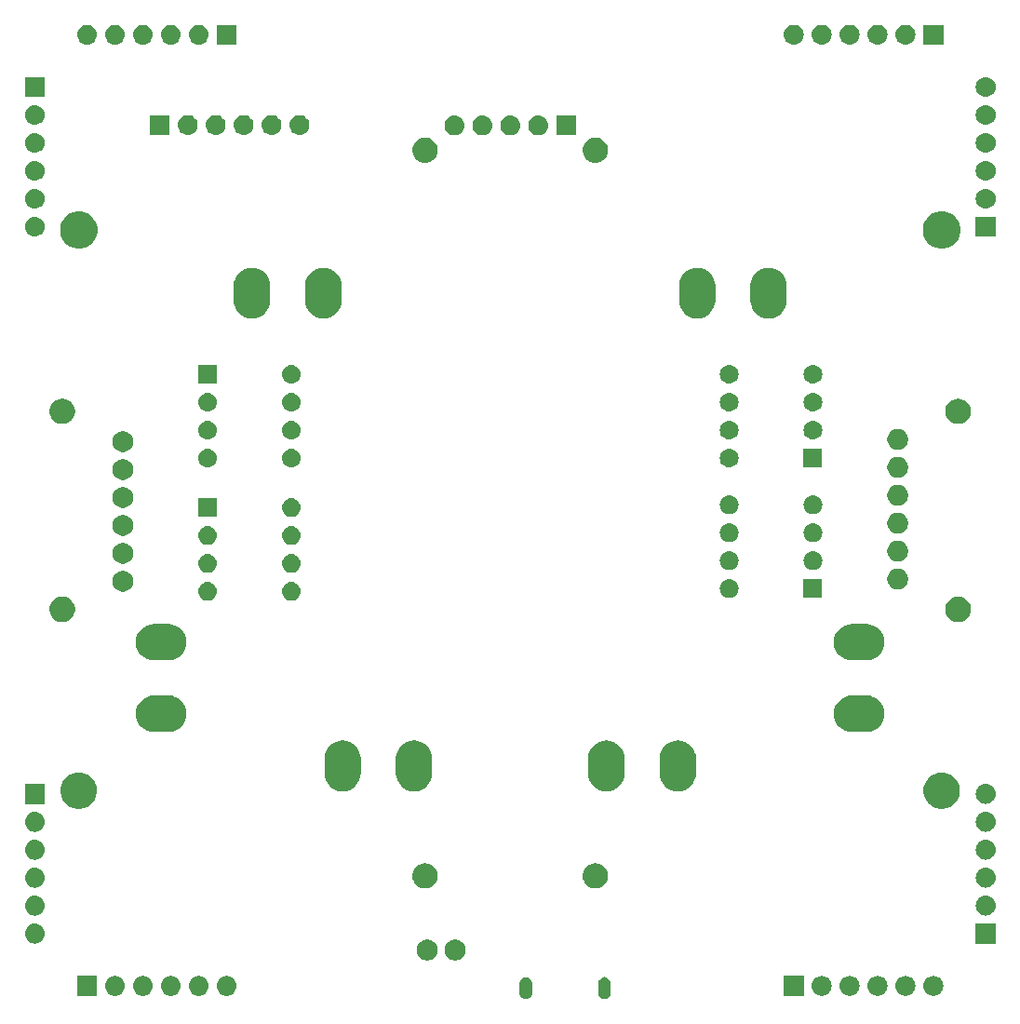
<source format=gbr>
G04 #@! TF.GenerationSoftware,KiCad,Pcbnew,(5.1.4)-1*
G04 #@! TF.CreationDate,2022-06-05T15:27:35-07:00*
G04 #@! TF.ProjectId,Birty,42697274-792e-46b6-9963-61645f706362,rev?*
G04 #@! TF.SameCoordinates,Original*
G04 #@! TF.FileFunction,Soldermask,Bot*
G04 #@! TF.FilePolarity,Negative*
%FSLAX46Y46*%
G04 Gerber Fmt 4.6, Leading zero omitted, Abs format (unit mm)*
G04 Created by KiCad (PCBNEW (5.1.4)-1) date 2022-06-05 15:27:35*
%MOMM*%
%LPD*%
G04 APERTURE LIST*
%ADD10C,0.100000*%
G04 APERTURE END LIST*
D10*
G36*
X66537916Y-107457334D02*
G01*
X66646492Y-107490271D01*
X66646495Y-107490272D01*
X66659495Y-107497221D01*
X66746557Y-107543756D01*
X66834264Y-107615736D01*
X66906244Y-107703443D01*
X66929530Y-107747009D01*
X66959728Y-107803505D01*
X66959728Y-107803506D01*
X66959729Y-107803508D01*
X66992666Y-107912084D01*
X67001000Y-107996702D01*
X67001000Y-108903298D01*
X66992666Y-108987916D01*
X66962777Y-109086443D01*
X66959728Y-109096495D01*
X66940429Y-109132601D01*
X66906244Y-109196557D01*
X66834264Y-109284264D01*
X66746556Y-109356244D01*
X66682600Y-109390429D01*
X66646494Y-109409728D01*
X66646491Y-109409729D01*
X66537915Y-109442666D01*
X66425000Y-109453787D01*
X66312084Y-109442666D01*
X66203508Y-109409729D01*
X66203505Y-109409728D01*
X66167399Y-109390429D01*
X66103443Y-109356244D01*
X66015736Y-109284264D01*
X65943756Y-109196556D01*
X65890273Y-109096495D01*
X65890272Y-109096494D01*
X65887223Y-109086442D01*
X65857334Y-108987915D01*
X65849000Y-108903297D01*
X65849000Y-107996702D01*
X65857335Y-107912084D01*
X65890272Y-107803508D01*
X65890273Y-107803506D01*
X65890273Y-107803505D01*
X65920471Y-107747009D01*
X65943757Y-107703443D01*
X66015737Y-107615736D01*
X66103444Y-107543756D01*
X66190506Y-107497221D01*
X66203506Y-107490272D01*
X66203509Y-107490271D01*
X66312085Y-107457334D01*
X66425000Y-107446213D01*
X66537916Y-107457334D01*
X66537916Y-107457334D01*
G37*
G36*
X73687915Y-107457334D02*
G01*
X73796491Y-107490271D01*
X73796494Y-107490272D01*
X73809494Y-107497221D01*
X73896556Y-107543756D01*
X73984264Y-107615736D01*
X74056244Y-107703443D01*
X74079530Y-107747009D01*
X74109728Y-107803505D01*
X74109728Y-107803506D01*
X74109729Y-107803508D01*
X74142666Y-107912084D01*
X74151000Y-107996702D01*
X74151000Y-108903298D01*
X74142666Y-108987916D01*
X74112777Y-109086443D01*
X74109728Y-109096495D01*
X74090429Y-109132601D01*
X74056244Y-109196557D01*
X73984264Y-109284264D01*
X73896557Y-109356244D01*
X73832601Y-109390429D01*
X73796495Y-109409728D01*
X73796492Y-109409729D01*
X73687916Y-109442666D01*
X73575000Y-109453787D01*
X73462085Y-109442666D01*
X73353509Y-109409729D01*
X73353506Y-109409728D01*
X73317400Y-109390429D01*
X73253444Y-109356244D01*
X73165737Y-109284264D01*
X73093757Y-109196557D01*
X73059572Y-109132601D01*
X73040273Y-109096495D01*
X73037224Y-109086443D01*
X73007335Y-108987916D01*
X72999000Y-108903298D01*
X72999000Y-107996703D01*
X73007334Y-107912085D01*
X73040271Y-107803509D01*
X73040272Y-107803506D01*
X73059571Y-107767400D01*
X73093756Y-107703444D01*
X73165736Y-107615736D01*
X73253443Y-107543756D01*
X73340505Y-107497221D01*
X73353505Y-107490272D01*
X73353508Y-107490271D01*
X73462084Y-107457334D01*
X73575000Y-107446213D01*
X73687915Y-107457334D01*
X73687915Y-107457334D01*
G37*
G36*
X98530442Y-107355518D02*
G01*
X98596627Y-107362037D01*
X98766466Y-107413557D01*
X98766468Y-107413558D01*
X98844728Y-107455389D01*
X98922991Y-107497222D01*
X98958729Y-107526552D01*
X99060186Y-107609814D01*
X99137024Y-107703443D01*
X99172778Y-107747009D01*
X99256443Y-107903534D01*
X99307963Y-108073373D01*
X99325359Y-108250000D01*
X99307963Y-108426627D01*
X99256443Y-108596466D01*
X99172778Y-108752991D01*
X99143448Y-108788729D01*
X99060186Y-108890186D01*
X98958729Y-108973448D01*
X98922991Y-109002778D01*
X98766466Y-109086443D01*
X98596627Y-109137963D01*
X98530442Y-109144482D01*
X98464260Y-109151000D01*
X98375740Y-109151000D01*
X98309558Y-109144482D01*
X98243373Y-109137963D01*
X98073534Y-109086443D01*
X97917009Y-109002778D01*
X97881271Y-108973448D01*
X97779814Y-108890186D01*
X97696552Y-108788729D01*
X97667222Y-108752991D01*
X97583557Y-108596466D01*
X97532037Y-108426627D01*
X97514641Y-108250000D01*
X97532037Y-108073373D01*
X97583557Y-107903534D01*
X97667222Y-107747009D01*
X97702976Y-107703443D01*
X97779814Y-107609814D01*
X97881271Y-107526552D01*
X97917009Y-107497222D01*
X97995272Y-107455389D01*
X98073532Y-107413558D01*
X98073534Y-107413557D01*
X98243373Y-107362037D01*
X98309558Y-107355518D01*
X98375740Y-107349000D01*
X98464260Y-107349000D01*
X98530442Y-107355518D01*
X98530442Y-107355518D01*
G37*
G36*
X95990442Y-107355518D02*
G01*
X96056627Y-107362037D01*
X96226466Y-107413557D01*
X96226468Y-107413558D01*
X96304728Y-107455389D01*
X96382991Y-107497222D01*
X96418729Y-107526552D01*
X96520186Y-107609814D01*
X96597024Y-107703443D01*
X96632778Y-107747009D01*
X96716443Y-107903534D01*
X96767963Y-108073373D01*
X96785359Y-108250000D01*
X96767963Y-108426627D01*
X96716443Y-108596466D01*
X96632778Y-108752991D01*
X96603448Y-108788729D01*
X96520186Y-108890186D01*
X96418729Y-108973448D01*
X96382991Y-109002778D01*
X96226466Y-109086443D01*
X96056627Y-109137963D01*
X95990442Y-109144482D01*
X95924260Y-109151000D01*
X95835740Y-109151000D01*
X95769558Y-109144482D01*
X95703373Y-109137963D01*
X95533534Y-109086443D01*
X95377009Y-109002778D01*
X95341271Y-108973448D01*
X95239814Y-108890186D01*
X95156552Y-108788729D01*
X95127222Y-108752991D01*
X95043557Y-108596466D01*
X94992037Y-108426627D01*
X94974641Y-108250000D01*
X94992037Y-108073373D01*
X95043557Y-107903534D01*
X95127222Y-107747009D01*
X95162976Y-107703443D01*
X95239814Y-107609814D01*
X95341271Y-107526552D01*
X95377009Y-107497222D01*
X95455272Y-107455389D01*
X95533532Y-107413558D01*
X95533534Y-107413557D01*
X95703373Y-107362037D01*
X95769558Y-107355518D01*
X95835740Y-107349000D01*
X95924260Y-107349000D01*
X95990442Y-107355518D01*
X95990442Y-107355518D01*
G37*
G36*
X91701000Y-109151000D02*
G01*
X89899000Y-109151000D01*
X89899000Y-107349000D01*
X91701000Y-107349000D01*
X91701000Y-109151000D01*
X91701000Y-109151000D01*
G37*
G36*
X93450442Y-107355518D02*
G01*
X93516627Y-107362037D01*
X93686466Y-107413557D01*
X93686468Y-107413558D01*
X93764728Y-107455389D01*
X93842991Y-107497222D01*
X93878729Y-107526552D01*
X93980186Y-107609814D01*
X94057024Y-107703443D01*
X94092778Y-107747009D01*
X94176443Y-107903534D01*
X94227963Y-108073373D01*
X94245359Y-108250000D01*
X94227963Y-108426627D01*
X94176443Y-108596466D01*
X94092778Y-108752991D01*
X94063448Y-108788729D01*
X93980186Y-108890186D01*
X93878729Y-108973448D01*
X93842991Y-109002778D01*
X93686466Y-109086443D01*
X93516627Y-109137963D01*
X93450442Y-109144482D01*
X93384260Y-109151000D01*
X93295740Y-109151000D01*
X93229558Y-109144482D01*
X93163373Y-109137963D01*
X92993534Y-109086443D01*
X92837009Y-109002778D01*
X92801271Y-108973448D01*
X92699814Y-108890186D01*
X92616552Y-108788729D01*
X92587222Y-108752991D01*
X92503557Y-108596466D01*
X92452037Y-108426627D01*
X92434641Y-108250000D01*
X92452037Y-108073373D01*
X92503557Y-107903534D01*
X92587222Y-107747009D01*
X92622976Y-107703443D01*
X92699814Y-107609814D01*
X92801271Y-107526552D01*
X92837009Y-107497222D01*
X92915272Y-107455389D01*
X92993532Y-107413558D01*
X92993534Y-107413557D01*
X93163373Y-107362037D01*
X93229558Y-107355518D01*
X93295740Y-107349000D01*
X93384260Y-107349000D01*
X93450442Y-107355518D01*
X93450442Y-107355518D01*
G37*
G36*
X101070442Y-107355518D02*
G01*
X101136627Y-107362037D01*
X101306466Y-107413557D01*
X101306468Y-107413558D01*
X101384728Y-107455389D01*
X101462991Y-107497222D01*
X101498729Y-107526552D01*
X101600186Y-107609814D01*
X101677024Y-107703443D01*
X101712778Y-107747009D01*
X101796443Y-107903534D01*
X101847963Y-108073373D01*
X101865359Y-108250000D01*
X101847963Y-108426627D01*
X101796443Y-108596466D01*
X101712778Y-108752991D01*
X101683448Y-108788729D01*
X101600186Y-108890186D01*
X101498729Y-108973448D01*
X101462991Y-109002778D01*
X101306466Y-109086443D01*
X101136627Y-109137963D01*
X101070442Y-109144482D01*
X101004260Y-109151000D01*
X100915740Y-109151000D01*
X100849558Y-109144482D01*
X100783373Y-109137963D01*
X100613534Y-109086443D01*
X100457009Y-109002778D01*
X100421271Y-108973448D01*
X100319814Y-108890186D01*
X100236552Y-108788729D01*
X100207222Y-108752991D01*
X100123557Y-108596466D01*
X100072037Y-108426627D01*
X100054641Y-108250000D01*
X100072037Y-108073373D01*
X100123557Y-107903534D01*
X100207222Y-107747009D01*
X100242976Y-107703443D01*
X100319814Y-107609814D01*
X100421271Y-107526552D01*
X100457009Y-107497222D01*
X100535272Y-107455389D01*
X100613532Y-107413558D01*
X100613534Y-107413557D01*
X100783373Y-107362037D01*
X100849558Y-107355518D01*
X100915740Y-107349000D01*
X101004260Y-107349000D01*
X101070442Y-107355518D01*
X101070442Y-107355518D01*
G37*
G36*
X31690442Y-107355518D02*
G01*
X31756627Y-107362037D01*
X31926466Y-107413557D01*
X31926468Y-107413558D01*
X32004728Y-107455389D01*
X32082991Y-107497222D01*
X32118729Y-107526552D01*
X32220186Y-107609814D01*
X32297024Y-107703443D01*
X32332778Y-107747009D01*
X32416443Y-107903534D01*
X32467963Y-108073373D01*
X32485359Y-108250000D01*
X32467963Y-108426627D01*
X32416443Y-108596466D01*
X32332778Y-108752991D01*
X32303448Y-108788729D01*
X32220186Y-108890186D01*
X32118729Y-108973448D01*
X32082991Y-109002778D01*
X31926466Y-109086443D01*
X31756627Y-109137963D01*
X31690442Y-109144482D01*
X31624260Y-109151000D01*
X31535740Y-109151000D01*
X31469558Y-109144482D01*
X31403373Y-109137963D01*
X31233534Y-109086443D01*
X31077009Y-109002778D01*
X31041271Y-108973448D01*
X30939814Y-108890186D01*
X30856552Y-108788729D01*
X30827222Y-108752991D01*
X30743557Y-108596466D01*
X30692037Y-108426627D01*
X30674641Y-108250000D01*
X30692037Y-108073373D01*
X30743557Y-107903534D01*
X30827222Y-107747009D01*
X30862976Y-107703443D01*
X30939814Y-107609814D01*
X31041271Y-107526552D01*
X31077009Y-107497222D01*
X31155272Y-107455389D01*
X31233532Y-107413558D01*
X31233534Y-107413557D01*
X31403373Y-107362037D01*
X31469558Y-107355518D01*
X31535740Y-107349000D01*
X31624260Y-107349000D01*
X31690442Y-107355518D01*
X31690442Y-107355518D01*
G37*
G36*
X39310442Y-107355518D02*
G01*
X39376627Y-107362037D01*
X39546466Y-107413557D01*
X39546468Y-107413558D01*
X39624728Y-107455389D01*
X39702991Y-107497222D01*
X39738729Y-107526552D01*
X39840186Y-107609814D01*
X39917024Y-107703443D01*
X39952778Y-107747009D01*
X40036443Y-107903534D01*
X40087963Y-108073373D01*
X40105359Y-108250000D01*
X40087963Y-108426627D01*
X40036443Y-108596466D01*
X39952778Y-108752991D01*
X39923448Y-108788729D01*
X39840186Y-108890186D01*
X39738729Y-108973448D01*
X39702991Y-109002778D01*
X39546466Y-109086443D01*
X39376627Y-109137963D01*
X39310442Y-109144482D01*
X39244260Y-109151000D01*
X39155740Y-109151000D01*
X39089558Y-109144482D01*
X39023373Y-109137963D01*
X38853534Y-109086443D01*
X38697009Y-109002778D01*
X38661271Y-108973448D01*
X38559814Y-108890186D01*
X38476552Y-108788729D01*
X38447222Y-108752991D01*
X38363557Y-108596466D01*
X38312037Y-108426627D01*
X38294641Y-108250000D01*
X38312037Y-108073373D01*
X38363557Y-107903534D01*
X38447222Y-107747009D01*
X38482976Y-107703443D01*
X38559814Y-107609814D01*
X38661271Y-107526552D01*
X38697009Y-107497222D01*
X38775272Y-107455389D01*
X38853532Y-107413558D01*
X38853534Y-107413557D01*
X39023373Y-107362037D01*
X39089558Y-107355518D01*
X39155740Y-107349000D01*
X39244260Y-107349000D01*
X39310442Y-107355518D01*
X39310442Y-107355518D01*
G37*
G36*
X36770442Y-107355518D02*
G01*
X36836627Y-107362037D01*
X37006466Y-107413557D01*
X37006468Y-107413558D01*
X37084728Y-107455389D01*
X37162991Y-107497222D01*
X37198729Y-107526552D01*
X37300186Y-107609814D01*
X37377024Y-107703443D01*
X37412778Y-107747009D01*
X37496443Y-107903534D01*
X37547963Y-108073373D01*
X37565359Y-108250000D01*
X37547963Y-108426627D01*
X37496443Y-108596466D01*
X37412778Y-108752991D01*
X37383448Y-108788729D01*
X37300186Y-108890186D01*
X37198729Y-108973448D01*
X37162991Y-109002778D01*
X37006466Y-109086443D01*
X36836627Y-109137963D01*
X36770442Y-109144482D01*
X36704260Y-109151000D01*
X36615740Y-109151000D01*
X36549558Y-109144482D01*
X36483373Y-109137963D01*
X36313534Y-109086443D01*
X36157009Y-109002778D01*
X36121271Y-108973448D01*
X36019814Y-108890186D01*
X35936552Y-108788729D01*
X35907222Y-108752991D01*
X35823557Y-108596466D01*
X35772037Y-108426627D01*
X35754641Y-108250000D01*
X35772037Y-108073373D01*
X35823557Y-107903534D01*
X35907222Y-107747009D01*
X35942976Y-107703443D01*
X36019814Y-107609814D01*
X36121271Y-107526552D01*
X36157009Y-107497222D01*
X36235272Y-107455389D01*
X36313532Y-107413558D01*
X36313534Y-107413557D01*
X36483373Y-107362037D01*
X36549558Y-107355518D01*
X36615740Y-107349000D01*
X36704260Y-107349000D01*
X36770442Y-107355518D01*
X36770442Y-107355518D01*
G37*
G36*
X29150442Y-107355518D02*
G01*
X29216627Y-107362037D01*
X29386466Y-107413557D01*
X29386468Y-107413558D01*
X29464728Y-107455389D01*
X29542991Y-107497222D01*
X29578729Y-107526552D01*
X29680186Y-107609814D01*
X29757024Y-107703443D01*
X29792778Y-107747009D01*
X29876443Y-107903534D01*
X29927963Y-108073373D01*
X29945359Y-108250000D01*
X29927963Y-108426627D01*
X29876443Y-108596466D01*
X29792778Y-108752991D01*
X29763448Y-108788729D01*
X29680186Y-108890186D01*
X29578729Y-108973448D01*
X29542991Y-109002778D01*
X29386466Y-109086443D01*
X29216627Y-109137963D01*
X29150442Y-109144482D01*
X29084260Y-109151000D01*
X28995740Y-109151000D01*
X28929558Y-109144482D01*
X28863373Y-109137963D01*
X28693534Y-109086443D01*
X28537009Y-109002778D01*
X28501271Y-108973448D01*
X28399814Y-108890186D01*
X28316552Y-108788729D01*
X28287222Y-108752991D01*
X28203557Y-108596466D01*
X28152037Y-108426627D01*
X28134641Y-108250000D01*
X28152037Y-108073373D01*
X28203557Y-107903534D01*
X28287222Y-107747009D01*
X28322976Y-107703443D01*
X28399814Y-107609814D01*
X28501271Y-107526552D01*
X28537009Y-107497222D01*
X28615272Y-107455389D01*
X28693532Y-107413558D01*
X28693534Y-107413557D01*
X28863373Y-107362037D01*
X28929558Y-107355518D01*
X28995740Y-107349000D01*
X29084260Y-107349000D01*
X29150442Y-107355518D01*
X29150442Y-107355518D01*
G37*
G36*
X27401000Y-109151000D02*
G01*
X25599000Y-109151000D01*
X25599000Y-107349000D01*
X27401000Y-107349000D01*
X27401000Y-109151000D01*
X27401000Y-109151000D01*
G37*
G36*
X103610442Y-107355518D02*
G01*
X103676627Y-107362037D01*
X103846466Y-107413557D01*
X103846468Y-107413558D01*
X103924728Y-107455389D01*
X104002991Y-107497222D01*
X104038729Y-107526552D01*
X104140186Y-107609814D01*
X104217024Y-107703443D01*
X104252778Y-107747009D01*
X104336443Y-107903534D01*
X104387963Y-108073373D01*
X104405359Y-108250000D01*
X104387963Y-108426627D01*
X104336443Y-108596466D01*
X104252778Y-108752991D01*
X104223448Y-108788729D01*
X104140186Y-108890186D01*
X104038729Y-108973448D01*
X104002991Y-109002778D01*
X103846466Y-109086443D01*
X103676627Y-109137963D01*
X103610442Y-109144482D01*
X103544260Y-109151000D01*
X103455740Y-109151000D01*
X103389558Y-109144482D01*
X103323373Y-109137963D01*
X103153534Y-109086443D01*
X102997009Y-109002778D01*
X102961271Y-108973448D01*
X102859814Y-108890186D01*
X102776552Y-108788729D01*
X102747222Y-108752991D01*
X102663557Y-108596466D01*
X102612037Y-108426627D01*
X102594641Y-108250000D01*
X102612037Y-108073373D01*
X102663557Y-107903534D01*
X102747222Y-107747009D01*
X102782976Y-107703443D01*
X102859814Y-107609814D01*
X102961271Y-107526552D01*
X102997009Y-107497222D01*
X103075272Y-107455389D01*
X103153532Y-107413558D01*
X103153534Y-107413557D01*
X103323373Y-107362037D01*
X103389558Y-107355518D01*
X103455740Y-107349000D01*
X103544260Y-107349000D01*
X103610442Y-107355518D01*
X103610442Y-107355518D01*
G37*
G36*
X34230442Y-107355518D02*
G01*
X34296627Y-107362037D01*
X34466466Y-107413557D01*
X34466468Y-107413558D01*
X34544728Y-107455389D01*
X34622991Y-107497222D01*
X34658729Y-107526552D01*
X34760186Y-107609814D01*
X34837024Y-107703443D01*
X34872778Y-107747009D01*
X34956443Y-107903534D01*
X35007963Y-108073373D01*
X35025359Y-108250000D01*
X35007963Y-108426627D01*
X34956443Y-108596466D01*
X34872778Y-108752991D01*
X34843448Y-108788729D01*
X34760186Y-108890186D01*
X34658729Y-108973448D01*
X34622991Y-109002778D01*
X34466466Y-109086443D01*
X34296627Y-109137963D01*
X34230442Y-109144482D01*
X34164260Y-109151000D01*
X34075740Y-109151000D01*
X34009558Y-109144482D01*
X33943373Y-109137963D01*
X33773534Y-109086443D01*
X33617009Y-109002778D01*
X33581271Y-108973448D01*
X33479814Y-108890186D01*
X33396552Y-108788729D01*
X33367222Y-108752991D01*
X33283557Y-108596466D01*
X33232037Y-108426627D01*
X33214641Y-108250000D01*
X33232037Y-108073373D01*
X33283557Y-107903534D01*
X33367222Y-107747009D01*
X33402976Y-107703443D01*
X33479814Y-107609814D01*
X33581271Y-107526552D01*
X33617009Y-107497222D01*
X33695272Y-107455389D01*
X33773532Y-107413558D01*
X33773534Y-107413557D01*
X33943373Y-107362037D01*
X34009558Y-107355518D01*
X34075740Y-107349000D01*
X34164260Y-107349000D01*
X34230442Y-107355518D01*
X34230442Y-107355518D01*
G37*
G36*
X60277892Y-104083911D02*
G01*
X60413752Y-104140186D01*
X60451273Y-104155728D01*
X60607311Y-104259989D01*
X60740011Y-104392689D01*
X60844272Y-104548727D01*
X60916089Y-104722108D01*
X60952700Y-104906167D01*
X60952700Y-105093833D01*
X60916089Y-105277892D01*
X60844272Y-105451273D01*
X60740011Y-105607311D01*
X60607311Y-105740011D01*
X60451273Y-105844272D01*
X60451272Y-105844273D01*
X60451271Y-105844273D01*
X60277892Y-105916089D01*
X60093834Y-105952700D01*
X59906166Y-105952700D01*
X59722108Y-105916089D01*
X59548729Y-105844273D01*
X59548728Y-105844273D01*
X59548727Y-105844272D01*
X59392689Y-105740011D01*
X59259989Y-105607311D01*
X59155728Y-105451273D01*
X59083911Y-105277892D01*
X59047300Y-105093833D01*
X59047300Y-104906167D01*
X59083911Y-104722108D01*
X59155728Y-104548727D01*
X59259989Y-104392689D01*
X59392689Y-104259989D01*
X59548727Y-104155728D01*
X59586249Y-104140186D01*
X59722108Y-104083911D01*
X59906166Y-104047300D01*
X60093834Y-104047300D01*
X60277892Y-104083911D01*
X60277892Y-104083911D01*
G37*
G36*
X57737892Y-104083911D02*
G01*
X57873752Y-104140186D01*
X57911273Y-104155728D01*
X58067311Y-104259989D01*
X58200011Y-104392689D01*
X58304272Y-104548727D01*
X58376089Y-104722108D01*
X58412700Y-104906167D01*
X58412700Y-105093833D01*
X58376089Y-105277892D01*
X58304272Y-105451273D01*
X58200011Y-105607311D01*
X58067311Y-105740011D01*
X57911273Y-105844272D01*
X57911272Y-105844273D01*
X57911271Y-105844273D01*
X57737892Y-105916089D01*
X57553834Y-105952700D01*
X57366166Y-105952700D01*
X57182108Y-105916089D01*
X57008729Y-105844273D01*
X57008728Y-105844273D01*
X57008727Y-105844272D01*
X56852689Y-105740011D01*
X56719989Y-105607311D01*
X56615728Y-105451273D01*
X56543911Y-105277892D01*
X56507300Y-105093833D01*
X56507300Y-104906167D01*
X56543911Y-104722108D01*
X56615728Y-104548727D01*
X56719989Y-104392689D01*
X56852689Y-104259989D01*
X57008727Y-104155728D01*
X57046249Y-104140186D01*
X57182108Y-104083911D01*
X57366166Y-104047300D01*
X57553834Y-104047300D01*
X57737892Y-104083911D01*
X57737892Y-104083911D01*
G37*
G36*
X21860443Y-102605519D02*
G01*
X21926627Y-102612037D01*
X22096466Y-102663557D01*
X22252991Y-102747222D01*
X22288729Y-102776552D01*
X22390186Y-102859814D01*
X22473448Y-102961271D01*
X22502778Y-102997009D01*
X22586443Y-103153534D01*
X22637963Y-103323373D01*
X22655359Y-103500000D01*
X22637963Y-103676627D01*
X22586443Y-103846466D01*
X22502778Y-104002991D01*
X22473448Y-104038729D01*
X22390186Y-104140186D01*
X22288729Y-104223448D01*
X22252991Y-104252778D01*
X22096466Y-104336443D01*
X21926627Y-104387963D01*
X21878642Y-104392689D01*
X21794260Y-104401000D01*
X21705740Y-104401000D01*
X21621358Y-104392689D01*
X21573373Y-104387963D01*
X21403534Y-104336443D01*
X21247009Y-104252778D01*
X21211271Y-104223448D01*
X21109814Y-104140186D01*
X21026552Y-104038729D01*
X20997222Y-104002991D01*
X20913557Y-103846466D01*
X20862037Y-103676627D01*
X20844641Y-103500000D01*
X20862037Y-103323373D01*
X20913557Y-103153534D01*
X20997222Y-102997009D01*
X21026552Y-102961271D01*
X21109814Y-102859814D01*
X21211271Y-102776552D01*
X21247009Y-102747222D01*
X21403534Y-102663557D01*
X21573373Y-102612037D01*
X21639557Y-102605519D01*
X21705740Y-102599000D01*
X21794260Y-102599000D01*
X21860443Y-102605519D01*
X21860443Y-102605519D01*
G37*
G36*
X109151000Y-104401000D02*
G01*
X107349000Y-104401000D01*
X107349000Y-102599000D01*
X109151000Y-102599000D01*
X109151000Y-104401000D01*
X109151000Y-104401000D01*
G37*
G36*
X21860442Y-100065518D02*
G01*
X21926627Y-100072037D01*
X22096466Y-100123557D01*
X22252991Y-100207222D01*
X22288729Y-100236552D01*
X22390186Y-100319814D01*
X22473448Y-100421271D01*
X22502778Y-100457009D01*
X22586443Y-100613534D01*
X22637963Y-100783373D01*
X22655359Y-100960000D01*
X22637963Y-101136627D01*
X22586443Y-101306466D01*
X22502778Y-101462991D01*
X22473448Y-101498729D01*
X22390186Y-101600186D01*
X22288729Y-101683448D01*
X22252991Y-101712778D01*
X22096466Y-101796443D01*
X21926627Y-101847963D01*
X21860442Y-101854482D01*
X21794260Y-101861000D01*
X21705740Y-101861000D01*
X21639558Y-101854482D01*
X21573373Y-101847963D01*
X21403534Y-101796443D01*
X21247009Y-101712778D01*
X21211271Y-101683448D01*
X21109814Y-101600186D01*
X21026552Y-101498729D01*
X20997222Y-101462991D01*
X20913557Y-101306466D01*
X20862037Y-101136627D01*
X20844641Y-100960000D01*
X20862037Y-100783373D01*
X20913557Y-100613534D01*
X20997222Y-100457009D01*
X21026552Y-100421271D01*
X21109814Y-100319814D01*
X21211271Y-100236552D01*
X21247009Y-100207222D01*
X21403534Y-100123557D01*
X21573373Y-100072037D01*
X21639558Y-100065518D01*
X21705740Y-100059000D01*
X21794260Y-100059000D01*
X21860442Y-100065518D01*
X21860442Y-100065518D01*
G37*
G36*
X108360442Y-100065518D02*
G01*
X108426627Y-100072037D01*
X108596466Y-100123557D01*
X108752991Y-100207222D01*
X108788729Y-100236552D01*
X108890186Y-100319814D01*
X108973448Y-100421271D01*
X109002778Y-100457009D01*
X109086443Y-100613534D01*
X109137963Y-100783373D01*
X109155359Y-100960000D01*
X109137963Y-101136627D01*
X109086443Y-101306466D01*
X109002778Y-101462991D01*
X108973448Y-101498729D01*
X108890186Y-101600186D01*
X108788729Y-101683448D01*
X108752991Y-101712778D01*
X108596466Y-101796443D01*
X108426627Y-101847963D01*
X108360442Y-101854482D01*
X108294260Y-101861000D01*
X108205740Y-101861000D01*
X108139558Y-101854482D01*
X108073373Y-101847963D01*
X107903534Y-101796443D01*
X107747009Y-101712778D01*
X107711271Y-101683448D01*
X107609814Y-101600186D01*
X107526552Y-101498729D01*
X107497222Y-101462991D01*
X107413557Y-101306466D01*
X107362037Y-101136627D01*
X107344641Y-100960000D01*
X107362037Y-100783373D01*
X107413557Y-100613534D01*
X107497222Y-100457009D01*
X107526552Y-100421271D01*
X107609814Y-100319814D01*
X107711271Y-100236552D01*
X107747009Y-100207222D01*
X107903534Y-100123557D01*
X108073373Y-100072037D01*
X108139557Y-100065519D01*
X108205740Y-100059000D01*
X108294260Y-100059000D01*
X108360442Y-100065518D01*
X108360442Y-100065518D01*
G37*
G36*
X72974549Y-97121116D02*
G01*
X73085734Y-97143232D01*
X73295203Y-97229997D01*
X73483720Y-97355960D01*
X73644040Y-97516280D01*
X73770003Y-97704797D01*
X73856768Y-97914266D01*
X73857314Y-97917011D01*
X73901000Y-98136635D01*
X73901000Y-98363365D01*
X73878884Y-98474549D01*
X73856768Y-98585734D01*
X73852256Y-98596627D01*
X73781906Y-98766468D01*
X73770003Y-98795203D01*
X73644040Y-98983720D01*
X73483720Y-99144040D01*
X73295203Y-99270003D01*
X73085734Y-99356768D01*
X72974549Y-99378884D01*
X72863365Y-99401000D01*
X72636635Y-99401000D01*
X72525451Y-99378884D01*
X72414266Y-99356768D01*
X72204797Y-99270003D01*
X72016280Y-99144040D01*
X71855960Y-98983720D01*
X71729997Y-98795203D01*
X71718095Y-98766468D01*
X71647744Y-98596627D01*
X71643232Y-98585734D01*
X71621116Y-98474549D01*
X71599000Y-98363365D01*
X71599000Y-98136635D01*
X71642686Y-97917011D01*
X71643232Y-97914266D01*
X71729997Y-97704797D01*
X71855960Y-97516280D01*
X72016280Y-97355960D01*
X72204797Y-97229997D01*
X72414266Y-97143232D01*
X72525451Y-97121116D01*
X72636635Y-97099000D01*
X72863365Y-97099000D01*
X72974549Y-97121116D01*
X72974549Y-97121116D01*
G37*
G36*
X57474549Y-97121116D02*
G01*
X57585734Y-97143232D01*
X57795203Y-97229997D01*
X57983720Y-97355960D01*
X58144040Y-97516280D01*
X58270003Y-97704797D01*
X58356768Y-97914266D01*
X58357314Y-97917011D01*
X58401000Y-98136635D01*
X58401000Y-98363365D01*
X58378884Y-98474549D01*
X58356768Y-98585734D01*
X58352256Y-98596627D01*
X58281906Y-98766468D01*
X58270003Y-98795203D01*
X58144040Y-98983720D01*
X57983720Y-99144040D01*
X57795203Y-99270003D01*
X57585734Y-99356768D01*
X57474549Y-99378884D01*
X57363365Y-99401000D01*
X57136635Y-99401000D01*
X57025451Y-99378884D01*
X56914266Y-99356768D01*
X56704797Y-99270003D01*
X56516280Y-99144040D01*
X56355960Y-98983720D01*
X56229997Y-98795203D01*
X56218095Y-98766468D01*
X56147744Y-98596627D01*
X56143232Y-98585734D01*
X56121116Y-98474549D01*
X56099000Y-98363365D01*
X56099000Y-98136635D01*
X56142686Y-97917011D01*
X56143232Y-97914266D01*
X56229997Y-97704797D01*
X56355960Y-97516280D01*
X56516280Y-97355960D01*
X56704797Y-97229997D01*
X56914266Y-97143232D01*
X57025451Y-97121116D01*
X57136635Y-97099000D01*
X57363365Y-97099000D01*
X57474549Y-97121116D01*
X57474549Y-97121116D01*
G37*
G36*
X108360442Y-97525518D02*
G01*
X108426627Y-97532037D01*
X108596466Y-97583557D01*
X108752991Y-97667222D01*
X108788729Y-97696552D01*
X108890186Y-97779814D01*
X108973448Y-97881271D01*
X109002778Y-97917009D01*
X109086443Y-98073534D01*
X109137963Y-98243373D01*
X109155359Y-98420000D01*
X109137963Y-98596627D01*
X109086443Y-98766466D01*
X109002778Y-98922991D01*
X108973448Y-98958729D01*
X108890186Y-99060186D01*
X108788729Y-99143448D01*
X108752991Y-99172778D01*
X108596466Y-99256443D01*
X108426627Y-99307963D01*
X108360442Y-99314482D01*
X108294260Y-99321000D01*
X108205740Y-99321000D01*
X108139558Y-99314482D01*
X108073373Y-99307963D01*
X107903534Y-99256443D01*
X107747009Y-99172778D01*
X107711271Y-99143448D01*
X107609814Y-99060186D01*
X107526552Y-98958729D01*
X107497222Y-98922991D01*
X107413557Y-98766466D01*
X107362037Y-98596627D01*
X107344641Y-98420000D01*
X107362037Y-98243373D01*
X107413557Y-98073534D01*
X107497222Y-97917009D01*
X107526552Y-97881271D01*
X107609814Y-97779814D01*
X107711271Y-97696552D01*
X107747009Y-97667222D01*
X107903534Y-97583557D01*
X108073373Y-97532037D01*
X108139558Y-97525518D01*
X108205740Y-97519000D01*
X108294260Y-97519000D01*
X108360442Y-97525518D01*
X108360442Y-97525518D01*
G37*
G36*
X21860442Y-97525518D02*
G01*
X21926627Y-97532037D01*
X22096466Y-97583557D01*
X22252991Y-97667222D01*
X22288729Y-97696552D01*
X22390186Y-97779814D01*
X22473448Y-97881271D01*
X22502778Y-97917009D01*
X22586443Y-98073534D01*
X22637963Y-98243373D01*
X22655359Y-98420000D01*
X22637963Y-98596627D01*
X22586443Y-98766466D01*
X22502778Y-98922991D01*
X22473448Y-98958729D01*
X22390186Y-99060186D01*
X22288729Y-99143448D01*
X22252991Y-99172778D01*
X22096466Y-99256443D01*
X21926627Y-99307963D01*
X21860442Y-99314482D01*
X21794260Y-99321000D01*
X21705740Y-99321000D01*
X21639558Y-99314482D01*
X21573373Y-99307963D01*
X21403534Y-99256443D01*
X21247009Y-99172778D01*
X21211271Y-99143448D01*
X21109814Y-99060186D01*
X21026552Y-98958729D01*
X20997222Y-98922991D01*
X20913557Y-98766466D01*
X20862037Y-98596627D01*
X20844641Y-98420000D01*
X20862037Y-98243373D01*
X20913557Y-98073534D01*
X20997222Y-97917009D01*
X21026552Y-97881271D01*
X21109814Y-97779814D01*
X21211271Y-97696552D01*
X21247009Y-97667222D01*
X21403534Y-97583557D01*
X21573373Y-97532037D01*
X21639558Y-97525518D01*
X21705740Y-97519000D01*
X21794260Y-97519000D01*
X21860442Y-97525518D01*
X21860442Y-97525518D01*
G37*
G36*
X108360443Y-94985519D02*
G01*
X108426627Y-94992037D01*
X108596466Y-95043557D01*
X108752991Y-95127222D01*
X108788729Y-95156552D01*
X108890186Y-95239814D01*
X108973448Y-95341271D01*
X109002778Y-95377009D01*
X109086443Y-95533534D01*
X109137963Y-95703373D01*
X109155359Y-95880000D01*
X109137963Y-96056627D01*
X109086443Y-96226466D01*
X109002778Y-96382991D01*
X108973448Y-96418729D01*
X108890186Y-96520186D01*
X108788729Y-96603448D01*
X108752991Y-96632778D01*
X108596466Y-96716443D01*
X108426627Y-96767963D01*
X108360443Y-96774481D01*
X108294260Y-96781000D01*
X108205740Y-96781000D01*
X108139558Y-96774482D01*
X108073373Y-96767963D01*
X107903534Y-96716443D01*
X107747009Y-96632778D01*
X107711271Y-96603448D01*
X107609814Y-96520186D01*
X107526552Y-96418729D01*
X107497222Y-96382991D01*
X107413557Y-96226466D01*
X107362037Y-96056627D01*
X107344641Y-95880000D01*
X107362037Y-95703373D01*
X107413557Y-95533534D01*
X107497222Y-95377009D01*
X107526552Y-95341271D01*
X107609814Y-95239814D01*
X107711271Y-95156552D01*
X107747009Y-95127222D01*
X107903534Y-95043557D01*
X108073373Y-94992037D01*
X108139557Y-94985519D01*
X108205740Y-94979000D01*
X108294260Y-94979000D01*
X108360443Y-94985519D01*
X108360443Y-94985519D01*
G37*
G36*
X21860443Y-94985519D02*
G01*
X21926627Y-94992037D01*
X22096466Y-95043557D01*
X22252991Y-95127222D01*
X22288729Y-95156552D01*
X22390186Y-95239814D01*
X22473448Y-95341271D01*
X22502778Y-95377009D01*
X22586443Y-95533534D01*
X22637963Y-95703373D01*
X22655359Y-95880000D01*
X22637963Y-96056627D01*
X22586443Y-96226466D01*
X22502778Y-96382991D01*
X22473448Y-96418729D01*
X22390186Y-96520186D01*
X22288729Y-96603448D01*
X22252991Y-96632778D01*
X22096466Y-96716443D01*
X21926627Y-96767963D01*
X21860442Y-96774482D01*
X21794260Y-96781000D01*
X21705740Y-96781000D01*
X21639558Y-96774482D01*
X21573373Y-96767963D01*
X21403534Y-96716443D01*
X21247009Y-96632778D01*
X21211271Y-96603448D01*
X21109814Y-96520186D01*
X21026552Y-96418729D01*
X20997222Y-96382991D01*
X20913557Y-96226466D01*
X20862037Y-96056627D01*
X20844641Y-95880000D01*
X20862037Y-95703373D01*
X20913557Y-95533534D01*
X20997222Y-95377009D01*
X21026552Y-95341271D01*
X21109814Y-95239814D01*
X21211271Y-95156552D01*
X21247009Y-95127222D01*
X21403534Y-95043557D01*
X21573373Y-94992037D01*
X21639557Y-94985519D01*
X21705740Y-94979000D01*
X21794260Y-94979000D01*
X21860443Y-94985519D01*
X21860443Y-94985519D01*
G37*
G36*
X21860442Y-92445518D02*
G01*
X21926627Y-92452037D01*
X22096466Y-92503557D01*
X22252991Y-92587222D01*
X22288729Y-92616552D01*
X22390186Y-92699814D01*
X22473448Y-92801271D01*
X22502778Y-92837009D01*
X22586443Y-92993534D01*
X22637963Y-93163373D01*
X22655359Y-93340000D01*
X22637963Y-93516627D01*
X22586443Y-93686466D01*
X22502778Y-93842991D01*
X22473448Y-93878729D01*
X22390186Y-93980186D01*
X22288729Y-94063448D01*
X22252991Y-94092778D01*
X22096466Y-94176443D01*
X21926627Y-94227963D01*
X21860443Y-94234481D01*
X21794260Y-94241000D01*
X21705740Y-94241000D01*
X21639557Y-94234481D01*
X21573373Y-94227963D01*
X21403534Y-94176443D01*
X21247009Y-94092778D01*
X21211271Y-94063448D01*
X21109814Y-93980186D01*
X21026552Y-93878729D01*
X20997222Y-93842991D01*
X20913557Y-93686466D01*
X20862037Y-93516627D01*
X20844641Y-93340000D01*
X20862037Y-93163373D01*
X20913557Y-92993534D01*
X20997222Y-92837009D01*
X21026552Y-92801271D01*
X21109814Y-92699814D01*
X21211271Y-92616552D01*
X21247009Y-92587222D01*
X21403534Y-92503557D01*
X21573373Y-92452037D01*
X21639558Y-92445518D01*
X21705740Y-92439000D01*
X21794260Y-92439000D01*
X21860442Y-92445518D01*
X21860442Y-92445518D01*
G37*
G36*
X108360442Y-92445518D02*
G01*
X108426627Y-92452037D01*
X108596466Y-92503557D01*
X108752991Y-92587222D01*
X108788729Y-92616552D01*
X108890186Y-92699814D01*
X108973448Y-92801271D01*
X109002778Y-92837009D01*
X109086443Y-92993534D01*
X109137963Y-93163373D01*
X109155359Y-93340000D01*
X109137963Y-93516627D01*
X109086443Y-93686466D01*
X109002778Y-93842991D01*
X108973448Y-93878729D01*
X108890186Y-93980186D01*
X108788729Y-94063448D01*
X108752991Y-94092778D01*
X108596466Y-94176443D01*
X108426627Y-94227963D01*
X108360443Y-94234481D01*
X108294260Y-94241000D01*
X108205740Y-94241000D01*
X108139557Y-94234481D01*
X108073373Y-94227963D01*
X107903534Y-94176443D01*
X107747009Y-94092778D01*
X107711271Y-94063448D01*
X107609814Y-93980186D01*
X107526552Y-93878729D01*
X107497222Y-93842991D01*
X107413557Y-93686466D01*
X107362037Y-93516627D01*
X107344641Y-93340000D01*
X107362037Y-93163373D01*
X107413557Y-92993534D01*
X107497222Y-92837009D01*
X107526552Y-92801271D01*
X107609814Y-92699814D01*
X107711271Y-92616552D01*
X107747009Y-92587222D01*
X107903534Y-92503557D01*
X108073373Y-92452037D01*
X108139558Y-92445518D01*
X108205740Y-92439000D01*
X108294260Y-92439000D01*
X108360442Y-92445518D01*
X108360442Y-92445518D01*
G37*
G36*
X26125256Y-88891298D02*
G01*
X26231579Y-88912447D01*
X26532042Y-89036903D01*
X26802451Y-89217585D01*
X27032415Y-89447549D01*
X27213097Y-89717958D01*
X27337553Y-90018421D01*
X27348426Y-90073082D01*
X27389465Y-90279398D01*
X27401000Y-90337391D01*
X27401000Y-90662609D01*
X27337553Y-90981579D01*
X27213097Y-91282042D01*
X27032415Y-91552451D01*
X26802451Y-91782415D01*
X26532042Y-91963097D01*
X26231579Y-92087553D01*
X26125256Y-92108702D01*
X25912611Y-92151000D01*
X25587389Y-92151000D01*
X25374744Y-92108702D01*
X25268421Y-92087553D01*
X24967958Y-91963097D01*
X24697549Y-91782415D01*
X24467585Y-91552451D01*
X24286903Y-91282042D01*
X24162447Y-90981579D01*
X24099000Y-90662609D01*
X24099000Y-90337391D01*
X24110536Y-90279398D01*
X24151574Y-90073082D01*
X24162447Y-90018421D01*
X24286903Y-89717958D01*
X24467585Y-89447549D01*
X24697549Y-89217585D01*
X24967958Y-89036903D01*
X25268421Y-88912447D01*
X25374744Y-88891298D01*
X25587389Y-88849000D01*
X25912611Y-88849000D01*
X26125256Y-88891298D01*
X26125256Y-88891298D01*
G37*
G36*
X104625256Y-88891298D02*
G01*
X104731579Y-88912447D01*
X105032042Y-89036903D01*
X105302451Y-89217585D01*
X105532415Y-89447549D01*
X105713097Y-89717958D01*
X105837553Y-90018421D01*
X105848426Y-90073082D01*
X105889465Y-90279398D01*
X105901000Y-90337391D01*
X105901000Y-90662609D01*
X105837553Y-90981579D01*
X105713097Y-91282042D01*
X105532415Y-91552451D01*
X105302451Y-91782415D01*
X105032042Y-91963097D01*
X104731579Y-92087553D01*
X104625256Y-92108702D01*
X104412611Y-92151000D01*
X104087389Y-92151000D01*
X103874744Y-92108702D01*
X103768421Y-92087553D01*
X103467958Y-91963097D01*
X103197549Y-91782415D01*
X102967585Y-91552451D01*
X102786903Y-91282042D01*
X102662447Y-90981579D01*
X102599000Y-90662609D01*
X102599000Y-90337391D01*
X102610536Y-90279398D01*
X102651574Y-90073082D01*
X102662447Y-90018421D01*
X102786903Y-89717958D01*
X102967585Y-89447549D01*
X103197549Y-89217585D01*
X103467958Y-89036903D01*
X103768421Y-88912447D01*
X103874744Y-88891298D01*
X104087389Y-88849000D01*
X104412611Y-88849000D01*
X104625256Y-88891298D01*
X104625256Y-88891298D01*
G37*
G36*
X108360443Y-89905519D02*
G01*
X108426627Y-89912037D01*
X108596466Y-89963557D01*
X108752991Y-90047222D01*
X108784500Y-90073081D01*
X108890186Y-90159814D01*
X108973448Y-90261271D01*
X109002778Y-90297009D01*
X109086443Y-90453534D01*
X109137963Y-90623373D01*
X109155359Y-90800000D01*
X109137963Y-90976627D01*
X109086443Y-91146466D01*
X109002778Y-91302991D01*
X108973448Y-91338729D01*
X108890186Y-91440186D01*
X108788729Y-91523448D01*
X108752991Y-91552778D01*
X108596466Y-91636443D01*
X108426627Y-91687963D01*
X108360442Y-91694482D01*
X108294260Y-91701000D01*
X108205740Y-91701000D01*
X108139558Y-91694482D01*
X108073373Y-91687963D01*
X107903534Y-91636443D01*
X107747009Y-91552778D01*
X107711271Y-91523448D01*
X107609814Y-91440186D01*
X107526552Y-91338729D01*
X107497222Y-91302991D01*
X107413557Y-91146466D01*
X107362037Y-90976627D01*
X107344641Y-90800000D01*
X107362037Y-90623373D01*
X107413557Y-90453534D01*
X107497222Y-90297009D01*
X107526552Y-90261271D01*
X107609814Y-90159814D01*
X107715500Y-90073081D01*
X107747009Y-90047222D01*
X107903534Y-89963557D01*
X108073373Y-89912037D01*
X108139557Y-89905519D01*
X108205740Y-89899000D01*
X108294260Y-89899000D01*
X108360443Y-89905519D01*
X108360443Y-89905519D01*
G37*
G36*
X22651000Y-91701000D02*
G01*
X20849000Y-91701000D01*
X20849000Y-89899000D01*
X22651000Y-89899000D01*
X22651000Y-91701000D01*
X22651000Y-91701000D01*
G37*
G36*
X74073650Y-85972888D02*
G01*
X74384869Y-86067296D01*
X74671682Y-86220601D01*
X74671684Y-86220602D01*
X74671683Y-86220602D01*
X74923082Y-86426918D01*
X75129398Y-86678316D01*
X75129401Y-86678320D01*
X75282704Y-86965130D01*
X75377112Y-87276349D01*
X75401000Y-87518893D01*
X75401000Y-88981107D01*
X75377112Y-89223651D01*
X75282704Y-89534870D01*
X75129401Y-89821680D01*
X75129399Y-89821683D01*
X75129398Y-89821684D01*
X74923082Y-90073082D01*
X74671684Y-90279398D01*
X74671680Y-90279401D01*
X74384870Y-90432704D01*
X74073651Y-90527112D01*
X73750000Y-90558988D01*
X73426350Y-90527112D01*
X73115131Y-90432704D01*
X72828321Y-90279401D01*
X72828317Y-90279398D01*
X72576919Y-90073082D01*
X72370603Y-89821684D01*
X72370602Y-89821683D01*
X72370600Y-89821680D01*
X72217295Y-89534867D01*
X72122888Y-89223654D01*
X72099000Y-88981107D01*
X72099000Y-87518894D01*
X72122888Y-87276350D01*
X72217296Y-86965131D01*
X72370601Y-86678318D01*
X72576916Y-86426921D01*
X72576918Y-86426918D01*
X72828316Y-86220602D01*
X72828317Y-86220601D01*
X72828320Y-86220599D01*
X73115130Y-86067296D01*
X73426349Y-85972888D01*
X73750000Y-85941012D01*
X74073650Y-85972888D01*
X74073650Y-85972888D01*
G37*
G36*
X80573650Y-85972888D02*
G01*
X80884869Y-86067296D01*
X81171682Y-86220601D01*
X81171684Y-86220602D01*
X81171683Y-86220602D01*
X81423082Y-86426918D01*
X81629398Y-86678316D01*
X81629401Y-86678320D01*
X81782704Y-86965130D01*
X81877112Y-87276349D01*
X81901000Y-87518893D01*
X81901000Y-88981107D01*
X81877112Y-89223651D01*
X81782704Y-89534870D01*
X81629401Y-89821680D01*
X81629399Y-89821683D01*
X81629398Y-89821684D01*
X81423082Y-90073082D01*
X81171684Y-90279398D01*
X81171680Y-90279401D01*
X80884870Y-90432704D01*
X80573651Y-90527112D01*
X80250000Y-90558988D01*
X79926350Y-90527112D01*
X79615131Y-90432704D01*
X79328321Y-90279401D01*
X79328317Y-90279398D01*
X79076919Y-90073082D01*
X78870603Y-89821684D01*
X78870602Y-89821683D01*
X78870600Y-89821680D01*
X78717295Y-89534867D01*
X78622888Y-89223654D01*
X78599000Y-88981107D01*
X78599000Y-87518894D01*
X78622888Y-87276350D01*
X78717296Y-86965131D01*
X78870601Y-86678318D01*
X79076916Y-86426921D01*
X79076918Y-86426918D01*
X79328316Y-86220602D01*
X79328317Y-86220601D01*
X79328320Y-86220599D01*
X79615130Y-86067296D01*
X79926349Y-85972888D01*
X80250000Y-85941012D01*
X80573650Y-85972888D01*
X80573650Y-85972888D01*
G37*
G36*
X50073650Y-85972888D02*
G01*
X50384869Y-86067296D01*
X50671682Y-86220601D01*
X50671684Y-86220602D01*
X50671683Y-86220602D01*
X50923082Y-86426918D01*
X51129398Y-86678316D01*
X51129401Y-86678320D01*
X51282704Y-86965130D01*
X51377112Y-87276349D01*
X51401000Y-87518893D01*
X51401000Y-88981107D01*
X51377112Y-89223651D01*
X51282704Y-89534870D01*
X51129401Y-89821680D01*
X51129399Y-89821683D01*
X51129398Y-89821684D01*
X50923082Y-90073082D01*
X50671684Y-90279398D01*
X50671680Y-90279401D01*
X50384870Y-90432704D01*
X50073651Y-90527112D01*
X49750000Y-90558988D01*
X49426350Y-90527112D01*
X49115131Y-90432704D01*
X48828321Y-90279401D01*
X48828317Y-90279398D01*
X48576919Y-90073082D01*
X48370603Y-89821684D01*
X48370602Y-89821683D01*
X48370600Y-89821680D01*
X48217295Y-89534867D01*
X48122888Y-89223654D01*
X48099000Y-88981107D01*
X48099000Y-87518894D01*
X48122888Y-87276350D01*
X48217296Y-86965131D01*
X48370601Y-86678318D01*
X48576916Y-86426921D01*
X48576918Y-86426918D01*
X48828316Y-86220602D01*
X48828317Y-86220601D01*
X48828320Y-86220599D01*
X49115130Y-86067296D01*
X49426349Y-85972888D01*
X49750000Y-85941012D01*
X50073650Y-85972888D01*
X50073650Y-85972888D01*
G37*
G36*
X56573650Y-85972888D02*
G01*
X56884869Y-86067296D01*
X57171682Y-86220601D01*
X57171684Y-86220602D01*
X57171683Y-86220602D01*
X57423082Y-86426918D01*
X57629398Y-86678316D01*
X57629401Y-86678320D01*
X57782704Y-86965130D01*
X57877112Y-87276349D01*
X57901000Y-87518893D01*
X57901000Y-88981107D01*
X57877112Y-89223651D01*
X57782704Y-89534870D01*
X57629401Y-89821680D01*
X57629399Y-89821683D01*
X57629398Y-89821684D01*
X57423082Y-90073082D01*
X57171684Y-90279398D01*
X57171680Y-90279401D01*
X56884870Y-90432704D01*
X56573651Y-90527112D01*
X56250000Y-90558988D01*
X55926350Y-90527112D01*
X55615131Y-90432704D01*
X55328321Y-90279401D01*
X55328317Y-90279398D01*
X55076919Y-90073082D01*
X54870603Y-89821684D01*
X54870602Y-89821683D01*
X54870600Y-89821680D01*
X54717295Y-89534867D01*
X54622888Y-89223654D01*
X54599000Y-88981107D01*
X54599000Y-87518894D01*
X54622888Y-87276350D01*
X54717296Y-86965131D01*
X54870601Y-86678318D01*
X55076916Y-86426921D01*
X55076918Y-86426918D01*
X55328316Y-86220602D01*
X55328317Y-86220601D01*
X55328320Y-86220599D01*
X55615130Y-86067296D01*
X55926349Y-85972888D01*
X56250000Y-85941012D01*
X56573650Y-85972888D01*
X56573650Y-85972888D01*
G37*
G36*
X34223651Y-81872888D02*
G01*
X34534870Y-81967296D01*
X34821680Y-82120599D01*
X34821683Y-82120601D01*
X34821684Y-82120602D01*
X35073082Y-82326918D01*
X35279398Y-82578316D01*
X35279401Y-82578320D01*
X35432704Y-82865130D01*
X35527112Y-83176349D01*
X35558988Y-83500000D01*
X35527112Y-83823651D01*
X35432704Y-84134870D01*
X35279401Y-84421680D01*
X35279399Y-84421683D01*
X35279398Y-84421684D01*
X35073082Y-84673082D01*
X34821684Y-84879398D01*
X34821680Y-84879401D01*
X34534870Y-85032704D01*
X34223651Y-85127112D01*
X33981107Y-85151000D01*
X32518893Y-85151000D01*
X32276349Y-85127112D01*
X31965130Y-85032704D01*
X31678320Y-84879401D01*
X31678316Y-84879398D01*
X31426918Y-84673082D01*
X31220602Y-84421684D01*
X31220601Y-84421683D01*
X31220599Y-84421680D01*
X31067296Y-84134870D01*
X30972888Y-83823651D01*
X30941012Y-83500000D01*
X30972888Y-83176349D01*
X31067296Y-82865130D01*
X31220599Y-82578320D01*
X31220602Y-82578316D01*
X31426918Y-82326918D01*
X31678316Y-82120602D01*
X31678317Y-82120601D01*
X31678320Y-82120599D01*
X31965130Y-81967296D01*
X32276349Y-81872888D01*
X32518893Y-81849000D01*
X33981107Y-81849000D01*
X34223651Y-81872888D01*
X34223651Y-81872888D01*
G37*
G36*
X97723651Y-81872888D02*
G01*
X98034870Y-81967296D01*
X98321680Y-82120599D01*
X98321683Y-82120601D01*
X98321684Y-82120602D01*
X98573082Y-82326918D01*
X98779398Y-82578316D01*
X98779401Y-82578320D01*
X98932704Y-82865130D01*
X99027112Y-83176349D01*
X99058988Y-83500000D01*
X99027112Y-83823651D01*
X98932704Y-84134870D01*
X98779401Y-84421680D01*
X98779399Y-84421683D01*
X98779398Y-84421684D01*
X98573082Y-84673082D01*
X98321684Y-84879398D01*
X98321680Y-84879401D01*
X98034870Y-85032704D01*
X97723651Y-85127112D01*
X97481107Y-85151000D01*
X96018893Y-85151000D01*
X95776349Y-85127112D01*
X95465130Y-85032704D01*
X95178320Y-84879401D01*
X95178316Y-84879398D01*
X94926918Y-84673082D01*
X94720602Y-84421684D01*
X94720601Y-84421683D01*
X94720599Y-84421680D01*
X94567296Y-84134870D01*
X94472888Y-83823651D01*
X94441012Y-83500000D01*
X94472888Y-83176349D01*
X94567296Y-82865130D01*
X94720599Y-82578320D01*
X94720602Y-82578316D01*
X94926918Y-82326918D01*
X95178316Y-82120602D01*
X95178317Y-82120601D01*
X95178320Y-82120599D01*
X95465130Y-81967296D01*
X95776349Y-81872888D01*
X96018893Y-81849000D01*
X97481107Y-81849000D01*
X97723651Y-81872888D01*
X97723651Y-81872888D01*
G37*
G36*
X34223651Y-75372888D02*
G01*
X34534870Y-75467296D01*
X34821680Y-75620599D01*
X34821683Y-75620601D01*
X34821684Y-75620602D01*
X35073082Y-75826918D01*
X35279398Y-76078316D01*
X35279401Y-76078320D01*
X35432704Y-76365130D01*
X35527112Y-76676349D01*
X35558988Y-77000000D01*
X35527112Y-77323651D01*
X35432704Y-77634870D01*
X35279401Y-77921680D01*
X35279399Y-77921683D01*
X35279398Y-77921684D01*
X35073082Y-78173082D01*
X34821684Y-78379398D01*
X34821680Y-78379401D01*
X34534870Y-78532704D01*
X34223651Y-78627112D01*
X33981107Y-78651000D01*
X32518893Y-78651000D01*
X32276349Y-78627112D01*
X31965130Y-78532704D01*
X31678320Y-78379401D01*
X31678316Y-78379398D01*
X31426918Y-78173082D01*
X31220602Y-77921684D01*
X31220601Y-77921683D01*
X31220599Y-77921680D01*
X31067296Y-77634870D01*
X30972888Y-77323651D01*
X30941012Y-77000000D01*
X30972888Y-76676349D01*
X31067296Y-76365130D01*
X31220599Y-76078320D01*
X31220602Y-76078316D01*
X31426918Y-75826918D01*
X31678316Y-75620602D01*
X31678317Y-75620601D01*
X31678320Y-75620599D01*
X31965130Y-75467296D01*
X32276349Y-75372888D01*
X32518893Y-75349000D01*
X33981107Y-75349000D01*
X34223651Y-75372888D01*
X34223651Y-75372888D01*
G37*
G36*
X97723651Y-75372888D02*
G01*
X98034870Y-75467296D01*
X98321680Y-75620599D01*
X98321683Y-75620601D01*
X98321684Y-75620602D01*
X98573082Y-75826918D01*
X98779398Y-76078316D01*
X98779401Y-76078320D01*
X98932704Y-76365130D01*
X99027112Y-76676349D01*
X99058988Y-77000000D01*
X99027112Y-77323651D01*
X98932704Y-77634870D01*
X98779401Y-77921680D01*
X98779399Y-77921683D01*
X98779398Y-77921684D01*
X98573082Y-78173082D01*
X98321684Y-78379398D01*
X98321680Y-78379401D01*
X98034870Y-78532704D01*
X97723651Y-78627112D01*
X97481107Y-78651000D01*
X96018893Y-78651000D01*
X95776349Y-78627112D01*
X95465130Y-78532704D01*
X95178320Y-78379401D01*
X95178316Y-78379398D01*
X94926918Y-78173082D01*
X94720602Y-77921684D01*
X94720601Y-77921683D01*
X94720599Y-77921680D01*
X94567296Y-77634870D01*
X94472888Y-77323651D01*
X94441012Y-77000000D01*
X94472888Y-76676349D01*
X94567296Y-76365130D01*
X94720599Y-76078320D01*
X94720602Y-76078316D01*
X94926918Y-75826918D01*
X95178316Y-75620602D01*
X95178317Y-75620601D01*
X95178320Y-75620599D01*
X95465130Y-75467296D01*
X95776349Y-75372888D01*
X96018893Y-75349000D01*
X97481107Y-75349000D01*
X97723651Y-75372888D01*
X97723651Y-75372888D01*
G37*
G36*
X105974549Y-72871116D02*
G01*
X106085734Y-72893232D01*
X106233850Y-72954584D01*
X106273483Y-72971000D01*
X106295203Y-72979997D01*
X106483720Y-73105960D01*
X106644040Y-73266280D01*
X106770003Y-73454797D01*
X106856768Y-73664266D01*
X106901000Y-73886636D01*
X106901000Y-74113364D01*
X106856768Y-74335734D01*
X106770003Y-74545203D01*
X106644040Y-74733720D01*
X106483720Y-74894040D01*
X106295203Y-75020003D01*
X106085734Y-75106768D01*
X105974549Y-75128884D01*
X105863365Y-75151000D01*
X105636635Y-75151000D01*
X105525451Y-75128884D01*
X105414266Y-75106768D01*
X105204797Y-75020003D01*
X105016280Y-74894040D01*
X104855960Y-74733720D01*
X104729997Y-74545203D01*
X104643232Y-74335734D01*
X104599000Y-74113364D01*
X104599000Y-73886636D01*
X104643232Y-73664266D01*
X104729997Y-73454797D01*
X104855960Y-73266280D01*
X105016280Y-73105960D01*
X105204797Y-72979997D01*
X105226518Y-72971000D01*
X105266150Y-72954584D01*
X105414266Y-72893232D01*
X105525451Y-72871116D01*
X105636635Y-72849000D01*
X105863365Y-72849000D01*
X105974549Y-72871116D01*
X105974549Y-72871116D01*
G37*
G36*
X24474549Y-72871116D02*
G01*
X24585734Y-72893232D01*
X24733850Y-72954584D01*
X24773483Y-72971000D01*
X24795203Y-72979997D01*
X24983720Y-73105960D01*
X25144040Y-73266280D01*
X25270003Y-73454797D01*
X25356768Y-73664266D01*
X25401000Y-73886636D01*
X25401000Y-74113364D01*
X25356768Y-74335734D01*
X25270003Y-74545203D01*
X25144040Y-74733720D01*
X24983720Y-74894040D01*
X24795203Y-75020003D01*
X24585734Y-75106768D01*
X24474549Y-75128884D01*
X24363365Y-75151000D01*
X24136635Y-75151000D01*
X24025451Y-75128884D01*
X23914266Y-75106768D01*
X23704797Y-75020003D01*
X23516280Y-74894040D01*
X23355960Y-74733720D01*
X23229997Y-74545203D01*
X23143232Y-74335734D01*
X23099000Y-74113364D01*
X23099000Y-73886636D01*
X23143232Y-73664266D01*
X23229997Y-73454797D01*
X23355960Y-73266280D01*
X23516280Y-73105960D01*
X23704797Y-72979997D01*
X23726518Y-72971000D01*
X23766150Y-72954584D01*
X23914266Y-72893232D01*
X24025451Y-72871116D01*
X24136635Y-72849000D01*
X24363365Y-72849000D01*
X24474549Y-72871116D01*
X24474549Y-72871116D01*
G37*
G36*
X37632223Y-71531313D02*
G01*
X37792642Y-71579976D01*
X37914147Y-71644922D01*
X37940478Y-71658996D01*
X38070059Y-71765341D01*
X38176404Y-71894922D01*
X38176405Y-71894924D01*
X38255424Y-72042758D01*
X38304087Y-72203177D01*
X38320517Y-72370000D01*
X38304087Y-72536823D01*
X38255424Y-72697242D01*
X38240769Y-72724659D01*
X38176404Y-72845078D01*
X38070059Y-72974659D01*
X37940478Y-73081004D01*
X37940476Y-73081005D01*
X37792642Y-73160024D01*
X37632223Y-73208687D01*
X37507204Y-73221000D01*
X37423596Y-73221000D01*
X37298577Y-73208687D01*
X37138158Y-73160024D01*
X36990324Y-73081005D01*
X36990322Y-73081004D01*
X36860741Y-72974659D01*
X36754396Y-72845078D01*
X36690031Y-72724659D01*
X36675376Y-72697242D01*
X36626713Y-72536823D01*
X36610283Y-72370000D01*
X36626713Y-72203177D01*
X36675376Y-72042758D01*
X36754395Y-71894924D01*
X36754396Y-71894922D01*
X36860741Y-71765341D01*
X36990322Y-71658996D01*
X37016653Y-71644922D01*
X37138158Y-71579976D01*
X37298577Y-71531313D01*
X37423596Y-71519000D01*
X37507204Y-71519000D01*
X37632223Y-71531313D01*
X37632223Y-71531313D01*
G37*
G36*
X45252223Y-71531313D02*
G01*
X45412642Y-71579976D01*
X45534147Y-71644922D01*
X45560478Y-71658996D01*
X45690059Y-71765341D01*
X45796404Y-71894922D01*
X45796405Y-71894924D01*
X45875424Y-72042758D01*
X45924087Y-72203177D01*
X45940517Y-72370000D01*
X45924087Y-72536823D01*
X45875424Y-72697242D01*
X45860769Y-72724659D01*
X45796404Y-72845078D01*
X45690059Y-72974659D01*
X45560478Y-73081004D01*
X45560476Y-73081005D01*
X45412642Y-73160024D01*
X45252223Y-73208687D01*
X45127204Y-73221000D01*
X45043596Y-73221000D01*
X44918577Y-73208687D01*
X44758158Y-73160024D01*
X44610324Y-73081005D01*
X44610322Y-73081004D01*
X44480741Y-72974659D01*
X44374396Y-72845078D01*
X44310031Y-72724659D01*
X44295376Y-72697242D01*
X44246713Y-72536823D01*
X44230283Y-72370000D01*
X44246713Y-72203177D01*
X44295376Y-72042758D01*
X44374395Y-71894924D01*
X44374396Y-71894922D01*
X44480741Y-71765341D01*
X44610322Y-71658996D01*
X44636653Y-71644922D01*
X44758158Y-71579976D01*
X44918577Y-71531313D01*
X45043596Y-71519000D01*
X45127204Y-71519000D01*
X45252223Y-71531313D01*
X45252223Y-71531313D01*
G37*
G36*
X93385600Y-72971000D02*
G01*
X91683600Y-72971000D01*
X91683600Y-71269000D01*
X93385600Y-71269000D01*
X93385600Y-72971000D01*
X93385600Y-72971000D01*
G37*
G36*
X85081423Y-71281313D02*
G01*
X85241842Y-71329976D01*
X85374506Y-71400886D01*
X85389678Y-71408996D01*
X85519259Y-71515341D01*
X85625604Y-71644922D01*
X85625605Y-71644924D01*
X85704624Y-71792758D01*
X85753287Y-71953177D01*
X85769717Y-72120000D01*
X85753287Y-72286823D01*
X85704624Y-72447242D01*
X85656742Y-72536823D01*
X85625604Y-72595078D01*
X85519259Y-72724659D01*
X85389678Y-72831004D01*
X85389676Y-72831005D01*
X85241842Y-72910024D01*
X85081423Y-72958687D01*
X84956404Y-72971000D01*
X84872796Y-72971000D01*
X84747777Y-72958687D01*
X84587358Y-72910024D01*
X84439524Y-72831005D01*
X84439522Y-72831004D01*
X84309941Y-72724659D01*
X84203596Y-72595078D01*
X84172458Y-72536823D01*
X84124576Y-72447242D01*
X84075913Y-72286823D01*
X84059483Y-72120000D01*
X84075913Y-71953177D01*
X84124576Y-71792758D01*
X84203595Y-71644924D01*
X84203596Y-71644922D01*
X84309941Y-71515341D01*
X84439522Y-71408996D01*
X84454694Y-71400886D01*
X84587358Y-71329976D01*
X84747777Y-71281313D01*
X84872796Y-71269000D01*
X84956404Y-71269000D01*
X85081423Y-71281313D01*
X85081423Y-71281313D01*
G37*
G36*
X30027892Y-70533911D02*
G01*
X30201273Y-70605728D01*
X30357311Y-70709989D01*
X30490011Y-70842689D01*
X30594272Y-70998727D01*
X30594273Y-70998729D01*
X30666089Y-71172108D01*
X30702700Y-71356166D01*
X30702700Y-71543834D01*
X30682592Y-71644924D01*
X30666089Y-71727892D01*
X30594272Y-71901273D01*
X30490011Y-72057311D01*
X30357311Y-72190011D01*
X30201273Y-72294272D01*
X30201272Y-72294273D01*
X30201271Y-72294273D01*
X30027892Y-72366089D01*
X29843834Y-72402700D01*
X29656166Y-72402700D01*
X29472108Y-72366089D01*
X29298729Y-72294273D01*
X29298728Y-72294273D01*
X29298727Y-72294272D01*
X29142689Y-72190011D01*
X29009989Y-72057311D01*
X28905728Y-71901273D01*
X28833911Y-71727892D01*
X28817408Y-71644924D01*
X28797300Y-71543834D01*
X28797300Y-71356166D01*
X28833911Y-71172108D01*
X28905727Y-70998729D01*
X28905728Y-70998727D01*
X29009989Y-70842689D01*
X29142689Y-70709989D01*
X29298727Y-70605728D01*
X29472108Y-70533911D01*
X29656166Y-70497300D01*
X29843834Y-70497300D01*
X30027892Y-70533911D01*
X30027892Y-70533911D01*
G37*
G36*
X100527892Y-70333911D02*
G01*
X100701273Y-70405728D01*
X100857311Y-70509989D01*
X100990011Y-70642689D01*
X101034979Y-70709989D01*
X101094273Y-70798729D01*
X101166089Y-70972108D01*
X101202700Y-71156166D01*
X101202700Y-71343834D01*
X101166089Y-71527892D01*
X101117614Y-71644922D01*
X101094272Y-71701273D01*
X100990011Y-71857311D01*
X100857311Y-71990011D01*
X100701273Y-72094272D01*
X100701272Y-72094273D01*
X100701271Y-72094273D01*
X100527892Y-72166089D01*
X100343834Y-72202700D01*
X100156166Y-72202700D01*
X99972108Y-72166089D01*
X99798729Y-72094273D01*
X99798728Y-72094273D01*
X99798727Y-72094272D01*
X99642689Y-71990011D01*
X99509989Y-71857311D01*
X99405728Y-71701273D01*
X99382387Y-71644922D01*
X99333911Y-71527892D01*
X99297300Y-71343834D01*
X99297300Y-71156166D01*
X99333911Y-70972108D01*
X99405727Y-70798729D01*
X99465021Y-70709989D01*
X99509989Y-70642689D01*
X99642689Y-70509989D01*
X99798727Y-70405728D01*
X99972108Y-70333911D01*
X100156166Y-70297300D01*
X100343834Y-70297300D01*
X100527892Y-70333911D01*
X100527892Y-70333911D01*
G37*
G36*
X37632223Y-68991313D02*
G01*
X37792642Y-69039976D01*
X37914147Y-69104922D01*
X37940478Y-69118996D01*
X38070059Y-69225341D01*
X38176404Y-69354922D01*
X38176405Y-69354924D01*
X38255424Y-69502758D01*
X38304087Y-69663177D01*
X38320517Y-69830000D01*
X38304087Y-69996823D01*
X38255424Y-70157242D01*
X38240769Y-70184659D01*
X38176404Y-70305078D01*
X38070059Y-70434659D01*
X37940478Y-70541004D01*
X37940476Y-70541005D01*
X37792642Y-70620024D01*
X37632223Y-70668687D01*
X37507204Y-70681000D01*
X37423596Y-70681000D01*
X37298577Y-70668687D01*
X37138158Y-70620024D01*
X36990324Y-70541005D01*
X36990322Y-70541004D01*
X36860741Y-70434659D01*
X36754396Y-70305078D01*
X36690031Y-70184659D01*
X36675376Y-70157242D01*
X36626713Y-69996823D01*
X36610283Y-69830000D01*
X36626713Y-69663177D01*
X36675376Y-69502758D01*
X36754395Y-69354924D01*
X36754396Y-69354922D01*
X36860741Y-69225341D01*
X36990322Y-69118996D01*
X37016653Y-69104922D01*
X37138158Y-69039976D01*
X37298577Y-68991313D01*
X37423596Y-68979000D01*
X37507204Y-68979000D01*
X37632223Y-68991313D01*
X37632223Y-68991313D01*
G37*
G36*
X45252223Y-68991313D02*
G01*
X45412642Y-69039976D01*
X45534147Y-69104922D01*
X45560478Y-69118996D01*
X45690059Y-69225341D01*
X45796404Y-69354922D01*
X45796405Y-69354924D01*
X45875424Y-69502758D01*
X45924087Y-69663177D01*
X45940517Y-69830000D01*
X45924087Y-69996823D01*
X45875424Y-70157242D01*
X45860769Y-70184659D01*
X45796404Y-70305078D01*
X45690059Y-70434659D01*
X45560478Y-70541004D01*
X45560476Y-70541005D01*
X45412642Y-70620024D01*
X45252223Y-70668687D01*
X45127204Y-70681000D01*
X45043596Y-70681000D01*
X44918577Y-70668687D01*
X44758158Y-70620024D01*
X44610324Y-70541005D01*
X44610322Y-70541004D01*
X44480741Y-70434659D01*
X44374396Y-70305078D01*
X44310031Y-70184659D01*
X44295376Y-70157242D01*
X44246713Y-69996823D01*
X44230283Y-69830000D01*
X44246713Y-69663177D01*
X44295376Y-69502758D01*
X44374395Y-69354924D01*
X44374396Y-69354922D01*
X44480741Y-69225341D01*
X44610322Y-69118996D01*
X44636653Y-69104922D01*
X44758158Y-69039976D01*
X44918577Y-68991313D01*
X45043596Y-68979000D01*
X45127204Y-68979000D01*
X45252223Y-68991313D01*
X45252223Y-68991313D01*
G37*
G36*
X85081423Y-68741313D02*
G01*
X85241842Y-68789976D01*
X85374506Y-68860886D01*
X85389678Y-68868996D01*
X85519259Y-68975341D01*
X85625604Y-69104922D01*
X85625605Y-69104924D01*
X85704624Y-69252758D01*
X85753287Y-69413177D01*
X85769717Y-69580000D01*
X85753287Y-69746823D01*
X85704624Y-69907242D01*
X85656742Y-69996823D01*
X85625604Y-70055078D01*
X85519259Y-70184659D01*
X85389678Y-70291004D01*
X85389676Y-70291005D01*
X85241842Y-70370024D01*
X85081423Y-70418687D01*
X84956404Y-70431000D01*
X84872796Y-70431000D01*
X84747777Y-70418687D01*
X84587358Y-70370024D01*
X84439524Y-70291005D01*
X84439522Y-70291004D01*
X84309941Y-70184659D01*
X84203596Y-70055078D01*
X84172458Y-69996823D01*
X84124576Y-69907242D01*
X84075913Y-69746823D01*
X84059483Y-69580000D01*
X84075913Y-69413177D01*
X84124576Y-69252758D01*
X84203595Y-69104924D01*
X84203596Y-69104922D01*
X84309941Y-68975341D01*
X84439522Y-68868996D01*
X84454694Y-68860886D01*
X84587358Y-68789976D01*
X84747777Y-68741313D01*
X84872796Y-68729000D01*
X84956404Y-68729000D01*
X85081423Y-68741313D01*
X85081423Y-68741313D01*
G37*
G36*
X92701423Y-68741313D02*
G01*
X92861842Y-68789976D01*
X92994506Y-68860886D01*
X93009678Y-68868996D01*
X93139259Y-68975341D01*
X93245604Y-69104922D01*
X93245605Y-69104924D01*
X93324624Y-69252758D01*
X93373287Y-69413177D01*
X93389717Y-69580000D01*
X93373287Y-69746823D01*
X93324624Y-69907242D01*
X93276742Y-69996823D01*
X93245604Y-70055078D01*
X93139259Y-70184659D01*
X93009678Y-70291004D01*
X93009676Y-70291005D01*
X92861842Y-70370024D01*
X92701423Y-70418687D01*
X92576404Y-70431000D01*
X92492796Y-70431000D01*
X92367777Y-70418687D01*
X92207358Y-70370024D01*
X92059524Y-70291005D01*
X92059522Y-70291004D01*
X91929941Y-70184659D01*
X91823596Y-70055078D01*
X91792458Y-69996823D01*
X91744576Y-69907242D01*
X91695913Y-69746823D01*
X91679483Y-69580000D01*
X91695913Y-69413177D01*
X91744576Y-69252758D01*
X91823595Y-69104924D01*
X91823596Y-69104922D01*
X91929941Y-68975341D01*
X92059522Y-68868996D01*
X92074694Y-68860886D01*
X92207358Y-68789976D01*
X92367777Y-68741313D01*
X92492796Y-68729000D01*
X92576404Y-68729000D01*
X92701423Y-68741313D01*
X92701423Y-68741313D01*
G37*
G36*
X30027892Y-67993911D02*
G01*
X30201273Y-68065728D01*
X30357311Y-68169989D01*
X30490011Y-68302689D01*
X30594272Y-68458727D01*
X30594273Y-68458729D01*
X30666089Y-68632108D01*
X30702700Y-68816166D01*
X30702700Y-69003834D01*
X30682592Y-69104924D01*
X30666089Y-69187892D01*
X30594272Y-69361273D01*
X30490011Y-69517311D01*
X30357311Y-69650011D01*
X30201273Y-69754272D01*
X30201272Y-69754273D01*
X30201271Y-69754273D01*
X30027892Y-69826089D01*
X29843834Y-69862700D01*
X29656166Y-69862700D01*
X29472108Y-69826089D01*
X29298729Y-69754273D01*
X29298728Y-69754273D01*
X29298727Y-69754272D01*
X29142689Y-69650011D01*
X29009989Y-69517311D01*
X28905728Y-69361273D01*
X28833911Y-69187892D01*
X28817408Y-69104924D01*
X28797300Y-69003834D01*
X28797300Y-68816166D01*
X28833911Y-68632108D01*
X28905727Y-68458729D01*
X28905728Y-68458727D01*
X29009989Y-68302689D01*
X29142689Y-68169989D01*
X29298727Y-68065728D01*
X29472108Y-67993911D01*
X29656166Y-67957300D01*
X29843834Y-67957300D01*
X30027892Y-67993911D01*
X30027892Y-67993911D01*
G37*
G36*
X100527892Y-67793911D02*
G01*
X100701273Y-67865728D01*
X100857311Y-67969989D01*
X100990011Y-68102689D01*
X101034979Y-68169989D01*
X101094273Y-68258729D01*
X101166089Y-68432108D01*
X101202700Y-68616166D01*
X101202700Y-68803834D01*
X101166089Y-68987892D01*
X101117614Y-69104922D01*
X101094272Y-69161273D01*
X100990011Y-69317311D01*
X100857311Y-69450011D01*
X100701273Y-69554272D01*
X100701272Y-69554273D01*
X100701271Y-69554273D01*
X100527892Y-69626089D01*
X100343834Y-69662700D01*
X100156166Y-69662700D01*
X99972108Y-69626089D01*
X99798729Y-69554273D01*
X99798728Y-69554273D01*
X99798727Y-69554272D01*
X99642689Y-69450011D01*
X99509989Y-69317311D01*
X99405728Y-69161273D01*
X99382387Y-69104922D01*
X99333911Y-68987892D01*
X99297300Y-68803834D01*
X99297300Y-68616166D01*
X99333911Y-68432108D01*
X99405727Y-68258729D01*
X99465021Y-68169989D01*
X99509989Y-68102689D01*
X99642689Y-67969989D01*
X99798727Y-67865728D01*
X99972108Y-67793911D01*
X100156166Y-67757300D01*
X100343834Y-67757300D01*
X100527892Y-67793911D01*
X100527892Y-67793911D01*
G37*
G36*
X45252223Y-66451313D02*
G01*
X45412642Y-66499976D01*
X45534147Y-66564922D01*
X45560478Y-66578996D01*
X45690059Y-66685341D01*
X45796404Y-66814922D01*
X45796405Y-66814924D01*
X45875424Y-66962758D01*
X45924087Y-67123177D01*
X45940517Y-67290000D01*
X45924087Y-67456823D01*
X45875424Y-67617242D01*
X45860769Y-67644659D01*
X45796404Y-67765078D01*
X45690059Y-67894659D01*
X45560478Y-68001004D01*
X45560476Y-68001005D01*
X45412642Y-68080024D01*
X45252223Y-68128687D01*
X45127204Y-68141000D01*
X45043596Y-68141000D01*
X44918577Y-68128687D01*
X44758158Y-68080024D01*
X44610324Y-68001005D01*
X44610322Y-68001004D01*
X44480741Y-67894659D01*
X44374396Y-67765078D01*
X44310031Y-67644659D01*
X44295376Y-67617242D01*
X44246713Y-67456823D01*
X44230283Y-67290000D01*
X44246713Y-67123177D01*
X44295376Y-66962758D01*
X44374395Y-66814924D01*
X44374396Y-66814922D01*
X44480741Y-66685341D01*
X44610322Y-66578996D01*
X44636653Y-66564922D01*
X44758158Y-66499976D01*
X44918577Y-66451313D01*
X45043596Y-66439000D01*
X45127204Y-66439000D01*
X45252223Y-66451313D01*
X45252223Y-66451313D01*
G37*
G36*
X37632223Y-66451313D02*
G01*
X37792642Y-66499976D01*
X37914147Y-66564922D01*
X37940478Y-66578996D01*
X38070059Y-66685341D01*
X38176404Y-66814922D01*
X38176405Y-66814924D01*
X38255424Y-66962758D01*
X38304087Y-67123177D01*
X38320517Y-67290000D01*
X38304087Y-67456823D01*
X38255424Y-67617242D01*
X38240769Y-67644659D01*
X38176404Y-67765078D01*
X38070059Y-67894659D01*
X37940478Y-68001004D01*
X37940476Y-68001005D01*
X37792642Y-68080024D01*
X37632223Y-68128687D01*
X37507204Y-68141000D01*
X37423596Y-68141000D01*
X37298577Y-68128687D01*
X37138158Y-68080024D01*
X36990324Y-68001005D01*
X36990322Y-68001004D01*
X36860741Y-67894659D01*
X36754396Y-67765078D01*
X36690031Y-67644659D01*
X36675376Y-67617242D01*
X36626713Y-67456823D01*
X36610283Y-67290000D01*
X36626713Y-67123177D01*
X36675376Y-66962758D01*
X36754395Y-66814924D01*
X36754396Y-66814922D01*
X36860741Y-66685341D01*
X36990322Y-66578996D01*
X37016653Y-66564922D01*
X37138158Y-66499976D01*
X37298577Y-66451313D01*
X37423596Y-66439000D01*
X37507204Y-66439000D01*
X37632223Y-66451313D01*
X37632223Y-66451313D01*
G37*
G36*
X85081423Y-66201313D02*
G01*
X85241842Y-66249976D01*
X85374506Y-66320886D01*
X85389678Y-66328996D01*
X85519259Y-66435341D01*
X85625604Y-66564922D01*
X85625605Y-66564924D01*
X85704624Y-66712758D01*
X85753287Y-66873177D01*
X85769717Y-67040000D01*
X85753287Y-67206823D01*
X85704624Y-67367242D01*
X85656742Y-67456823D01*
X85625604Y-67515078D01*
X85519259Y-67644659D01*
X85389678Y-67751004D01*
X85389676Y-67751005D01*
X85241842Y-67830024D01*
X85081423Y-67878687D01*
X84956404Y-67891000D01*
X84872796Y-67891000D01*
X84747777Y-67878687D01*
X84587358Y-67830024D01*
X84439524Y-67751005D01*
X84439522Y-67751004D01*
X84309941Y-67644659D01*
X84203596Y-67515078D01*
X84172458Y-67456823D01*
X84124576Y-67367242D01*
X84075913Y-67206823D01*
X84059483Y-67040000D01*
X84075913Y-66873177D01*
X84124576Y-66712758D01*
X84203595Y-66564924D01*
X84203596Y-66564922D01*
X84309941Y-66435341D01*
X84439522Y-66328996D01*
X84454694Y-66320886D01*
X84587358Y-66249976D01*
X84747777Y-66201313D01*
X84872796Y-66189000D01*
X84956404Y-66189000D01*
X85081423Y-66201313D01*
X85081423Y-66201313D01*
G37*
G36*
X92701423Y-66201313D02*
G01*
X92861842Y-66249976D01*
X92994506Y-66320886D01*
X93009678Y-66328996D01*
X93139259Y-66435341D01*
X93245604Y-66564922D01*
X93245605Y-66564924D01*
X93324624Y-66712758D01*
X93373287Y-66873177D01*
X93389717Y-67040000D01*
X93373287Y-67206823D01*
X93324624Y-67367242D01*
X93276742Y-67456823D01*
X93245604Y-67515078D01*
X93139259Y-67644659D01*
X93009678Y-67751004D01*
X93009676Y-67751005D01*
X92861842Y-67830024D01*
X92701423Y-67878687D01*
X92576404Y-67891000D01*
X92492796Y-67891000D01*
X92367777Y-67878687D01*
X92207358Y-67830024D01*
X92059524Y-67751005D01*
X92059522Y-67751004D01*
X91929941Y-67644659D01*
X91823596Y-67515078D01*
X91792458Y-67456823D01*
X91744576Y-67367242D01*
X91695913Y-67206823D01*
X91679483Y-67040000D01*
X91695913Y-66873177D01*
X91744576Y-66712758D01*
X91823595Y-66564924D01*
X91823596Y-66564922D01*
X91929941Y-66435341D01*
X92059522Y-66328996D01*
X92074694Y-66320886D01*
X92207358Y-66249976D01*
X92367777Y-66201313D01*
X92492796Y-66189000D01*
X92576404Y-66189000D01*
X92701423Y-66201313D01*
X92701423Y-66201313D01*
G37*
G36*
X30027892Y-65453911D02*
G01*
X30201273Y-65525728D01*
X30357311Y-65629989D01*
X30490011Y-65762689D01*
X30594272Y-65918727D01*
X30594273Y-65918729D01*
X30666089Y-66092108D01*
X30702700Y-66276166D01*
X30702700Y-66463834D01*
X30682592Y-66564924D01*
X30666089Y-66647892D01*
X30594272Y-66821273D01*
X30490011Y-66977311D01*
X30357311Y-67110011D01*
X30201273Y-67214272D01*
X30201272Y-67214273D01*
X30201271Y-67214273D01*
X30027892Y-67286089D01*
X29843834Y-67322700D01*
X29656166Y-67322700D01*
X29472108Y-67286089D01*
X29298729Y-67214273D01*
X29298728Y-67214273D01*
X29298727Y-67214272D01*
X29142689Y-67110011D01*
X29009989Y-66977311D01*
X28905728Y-66821273D01*
X28833911Y-66647892D01*
X28817408Y-66564924D01*
X28797300Y-66463834D01*
X28797300Y-66276166D01*
X28833911Y-66092108D01*
X28905727Y-65918729D01*
X28905728Y-65918727D01*
X29009989Y-65762689D01*
X29142689Y-65629989D01*
X29298727Y-65525728D01*
X29472108Y-65453911D01*
X29656166Y-65417300D01*
X29843834Y-65417300D01*
X30027892Y-65453911D01*
X30027892Y-65453911D01*
G37*
G36*
X100527892Y-65253911D02*
G01*
X100701273Y-65325728D01*
X100857311Y-65429989D01*
X100990011Y-65562689D01*
X101034979Y-65629989D01*
X101094273Y-65718729D01*
X101166089Y-65892108D01*
X101202700Y-66076166D01*
X101202700Y-66263834D01*
X101166089Y-66447892D01*
X101117614Y-66564922D01*
X101094272Y-66621273D01*
X100990011Y-66777311D01*
X100857311Y-66910011D01*
X100701273Y-67014272D01*
X100701272Y-67014273D01*
X100701271Y-67014273D01*
X100527892Y-67086089D01*
X100343834Y-67122700D01*
X100156166Y-67122700D01*
X99972108Y-67086089D01*
X99798729Y-67014273D01*
X99798728Y-67014273D01*
X99798727Y-67014272D01*
X99642689Y-66910011D01*
X99509989Y-66777311D01*
X99405728Y-66621273D01*
X99382387Y-66564922D01*
X99333911Y-66447892D01*
X99297300Y-66263834D01*
X99297300Y-66076166D01*
X99333911Y-65892108D01*
X99405727Y-65718729D01*
X99465021Y-65629989D01*
X99509989Y-65562689D01*
X99642689Y-65429989D01*
X99798727Y-65325728D01*
X99972108Y-65253911D01*
X100156166Y-65217300D01*
X100343834Y-65217300D01*
X100527892Y-65253911D01*
X100527892Y-65253911D01*
G37*
G36*
X45252223Y-63911313D02*
G01*
X45412642Y-63959976D01*
X45534147Y-64024922D01*
X45560478Y-64038996D01*
X45690059Y-64145341D01*
X45796404Y-64274922D01*
X45796405Y-64274924D01*
X45875424Y-64422758D01*
X45924087Y-64583177D01*
X45940517Y-64750000D01*
X45924087Y-64916823D01*
X45875424Y-65077242D01*
X45860769Y-65104659D01*
X45796404Y-65225078D01*
X45690059Y-65354659D01*
X45560478Y-65461004D01*
X45560476Y-65461005D01*
X45412642Y-65540024D01*
X45252223Y-65588687D01*
X45127204Y-65601000D01*
X45043596Y-65601000D01*
X44918577Y-65588687D01*
X44758158Y-65540024D01*
X44610324Y-65461005D01*
X44610322Y-65461004D01*
X44480741Y-65354659D01*
X44374396Y-65225078D01*
X44310031Y-65104659D01*
X44295376Y-65077242D01*
X44246713Y-64916823D01*
X44230283Y-64750000D01*
X44246713Y-64583177D01*
X44295376Y-64422758D01*
X44374395Y-64274924D01*
X44374396Y-64274922D01*
X44480741Y-64145341D01*
X44610322Y-64038996D01*
X44636653Y-64024922D01*
X44758158Y-63959976D01*
X44918577Y-63911313D01*
X45043596Y-63899000D01*
X45127204Y-63899000D01*
X45252223Y-63911313D01*
X45252223Y-63911313D01*
G37*
G36*
X38316400Y-65601000D02*
G01*
X36614400Y-65601000D01*
X36614400Y-63899000D01*
X38316400Y-63899000D01*
X38316400Y-65601000D01*
X38316400Y-65601000D01*
G37*
G36*
X92701423Y-63661313D02*
G01*
X92861842Y-63709976D01*
X92994506Y-63780886D01*
X93009678Y-63788996D01*
X93139259Y-63895341D01*
X93245604Y-64024922D01*
X93245605Y-64024924D01*
X93324624Y-64172758D01*
X93373287Y-64333177D01*
X93389717Y-64500000D01*
X93373287Y-64666823D01*
X93324624Y-64827242D01*
X93276742Y-64916823D01*
X93245604Y-64975078D01*
X93139259Y-65104659D01*
X93009678Y-65211004D01*
X93009676Y-65211005D01*
X92861842Y-65290024D01*
X92701423Y-65338687D01*
X92576404Y-65351000D01*
X92492796Y-65351000D01*
X92367777Y-65338687D01*
X92207358Y-65290024D01*
X92059524Y-65211005D01*
X92059522Y-65211004D01*
X91929941Y-65104659D01*
X91823596Y-64975078D01*
X91792458Y-64916823D01*
X91744576Y-64827242D01*
X91695913Y-64666823D01*
X91679483Y-64500000D01*
X91695913Y-64333177D01*
X91744576Y-64172758D01*
X91823595Y-64024924D01*
X91823596Y-64024922D01*
X91929941Y-63895341D01*
X92059522Y-63788996D01*
X92074694Y-63780886D01*
X92207358Y-63709976D01*
X92367777Y-63661313D01*
X92492796Y-63649000D01*
X92576404Y-63649000D01*
X92701423Y-63661313D01*
X92701423Y-63661313D01*
G37*
G36*
X85081423Y-63661313D02*
G01*
X85241842Y-63709976D01*
X85374506Y-63780886D01*
X85389678Y-63788996D01*
X85519259Y-63895341D01*
X85625604Y-64024922D01*
X85625605Y-64024924D01*
X85704624Y-64172758D01*
X85753287Y-64333177D01*
X85769717Y-64500000D01*
X85753287Y-64666823D01*
X85704624Y-64827242D01*
X85656742Y-64916823D01*
X85625604Y-64975078D01*
X85519259Y-65104659D01*
X85389678Y-65211004D01*
X85389676Y-65211005D01*
X85241842Y-65290024D01*
X85081423Y-65338687D01*
X84956404Y-65351000D01*
X84872796Y-65351000D01*
X84747777Y-65338687D01*
X84587358Y-65290024D01*
X84439524Y-65211005D01*
X84439522Y-65211004D01*
X84309941Y-65104659D01*
X84203596Y-64975078D01*
X84172458Y-64916823D01*
X84124576Y-64827242D01*
X84075913Y-64666823D01*
X84059483Y-64500000D01*
X84075913Y-64333177D01*
X84124576Y-64172758D01*
X84203595Y-64024924D01*
X84203596Y-64024922D01*
X84309941Y-63895341D01*
X84439522Y-63788996D01*
X84454694Y-63780886D01*
X84587358Y-63709976D01*
X84747777Y-63661313D01*
X84872796Y-63649000D01*
X84956404Y-63649000D01*
X85081423Y-63661313D01*
X85081423Y-63661313D01*
G37*
G36*
X30027892Y-62913911D02*
G01*
X30201273Y-62985728D01*
X30357311Y-63089989D01*
X30490011Y-63222689D01*
X30594272Y-63378727D01*
X30594273Y-63378729D01*
X30666089Y-63552108D01*
X30702700Y-63736166D01*
X30702700Y-63923834D01*
X30682592Y-64024924D01*
X30666089Y-64107892D01*
X30594272Y-64281273D01*
X30490011Y-64437311D01*
X30357311Y-64570011D01*
X30201273Y-64674272D01*
X30201272Y-64674273D01*
X30201271Y-64674273D01*
X30027892Y-64746089D01*
X29843834Y-64782700D01*
X29656166Y-64782700D01*
X29472108Y-64746089D01*
X29298729Y-64674273D01*
X29298728Y-64674273D01*
X29298727Y-64674272D01*
X29142689Y-64570011D01*
X29009989Y-64437311D01*
X28905728Y-64281273D01*
X28833911Y-64107892D01*
X28817408Y-64024924D01*
X28797300Y-63923834D01*
X28797300Y-63736166D01*
X28833911Y-63552108D01*
X28905727Y-63378729D01*
X28905728Y-63378727D01*
X29009989Y-63222689D01*
X29142689Y-63089989D01*
X29298727Y-62985728D01*
X29472108Y-62913911D01*
X29656166Y-62877300D01*
X29843834Y-62877300D01*
X30027892Y-62913911D01*
X30027892Y-62913911D01*
G37*
G36*
X100527892Y-62713911D02*
G01*
X100701273Y-62785728D01*
X100857311Y-62889989D01*
X100990011Y-63022689D01*
X101034979Y-63089989D01*
X101094273Y-63178729D01*
X101166089Y-63352108D01*
X101202700Y-63536166D01*
X101202700Y-63723834D01*
X101166089Y-63907892D01*
X101117614Y-64024922D01*
X101094272Y-64081273D01*
X100990011Y-64237311D01*
X100857311Y-64370011D01*
X100701273Y-64474272D01*
X100701272Y-64474273D01*
X100701271Y-64474273D01*
X100527892Y-64546089D01*
X100343834Y-64582700D01*
X100156166Y-64582700D01*
X99972108Y-64546089D01*
X99798729Y-64474273D01*
X99798728Y-64474273D01*
X99798727Y-64474272D01*
X99642689Y-64370011D01*
X99509989Y-64237311D01*
X99405728Y-64081273D01*
X99382387Y-64024922D01*
X99333911Y-63907892D01*
X99297300Y-63723834D01*
X99297300Y-63536166D01*
X99333911Y-63352108D01*
X99405727Y-63178729D01*
X99465021Y-63089989D01*
X99509989Y-63022689D01*
X99642689Y-62889989D01*
X99798727Y-62785728D01*
X99972108Y-62713911D01*
X100156166Y-62677300D01*
X100343834Y-62677300D01*
X100527892Y-62713911D01*
X100527892Y-62713911D01*
G37*
G36*
X30027892Y-60373911D02*
G01*
X30131491Y-60416823D01*
X30201273Y-60445728D01*
X30357311Y-60549989D01*
X30490011Y-60682689D01*
X30594272Y-60838727D01*
X30594273Y-60838729D01*
X30666089Y-61012108D01*
X30683771Y-61101000D01*
X30702700Y-61196167D01*
X30702700Y-61383833D01*
X30666089Y-61567892D01*
X30594272Y-61741273D01*
X30490011Y-61897311D01*
X30357311Y-62030011D01*
X30201273Y-62134272D01*
X30201272Y-62134273D01*
X30201271Y-62134273D01*
X30027892Y-62206089D01*
X29843834Y-62242700D01*
X29656166Y-62242700D01*
X29472108Y-62206089D01*
X29298729Y-62134273D01*
X29298728Y-62134273D01*
X29298727Y-62134272D01*
X29142689Y-62030011D01*
X29009989Y-61897311D01*
X28905728Y-61741273D01*
X28833911Y-61567892D01*
X28797300Y-61383833D01*
X28797300Y-61196167D01*
X28816230Y-61101000D01*
X28833911Y-61012108D01*
X28905727Y-60838729D01*
X28905728Y-60838727D01*
X29009989Y-60682689D01*
X29142689Y-60549989D01*
X29298727Y-60445728D01*
X29368510Y-60416823D01*
X29472108Y-60373911D01*
X29656166Y-60337300D01*
X29843834Y-60337300D01*
X30027892Y-60373911D01*
X30027892Y-60373911D01*
G37*
G36*
X100527892Y-60173911D02*
G01*
X100701273Y-60245728D01*
X100857311Y-60349989D01*
X100990011Y-60482689D01*
X101094272Y-60638727D01*
X101166089Y-60812108D01*
X101202700Y-60996167D01*
X101202700Y-61183833D01*
X101166089Y-61367892D01*
X101094272Y-61541273D01*
X100990011Y-61697311D01*
X100857311Y-61830011D01*
X100701273Y-61934272D01*
X100701272Y-61934273D01*
X100701271Y-61934273D01*
X100527892Y-62006089D01*
X100343834Y-62042700D01*
X100156166Y-62042700D01*
X99972108Y-62006089D01*
X99798729Y-61934273D01*
X99798728Y-61934273D01*
X99798727Y-61934272D01*
X99642689Y-61830011D01*
X99509989Y-61697311D01*
X99405728Y-61541273D01*
X99333911Y-61367892D01*
X99297300Y-61183833D01*
X99297300Y-60996167D01*
X99333911Y-60812108D01*
X99405728Y-60638727D01*
X99509989Y-60482689D01*
X99642689Y-60349989D01*
X99798727Y-60245728D01*
X99972108Y-60173911D01*
X100156166Y-60137300D01*
X100343834Y-60137300D01*
X100527892Y-60173911D01*
X100527892Y-60173911D01*
G37*
G36*
X85081423Y-59411313D02*
G01*
X85241842Y-59459976D01*
X85374506Y-59530886D01*
X85389678Y-59538996D01*
X85519259Y-59645341D01*
X85625604Y-59774922D01*
X85625605Y-59774924D01*
X85704624Y-59922758D01*
X85753287Y-60083177D01*
X85769717Y-60250000D01*
X85753287Y-60416823D01*
X85704624Y-60577242D01*
X85671758Y-60638729D01*
X85625604Y-60725078D01*
X85519259Y-60854659D01*
X85389678Y-60961004D01*
X85389676Y-60961005D01*
X85241842Y-61040024D01*
X85081423Y-61088687D01*
X84956404Y-61101000D01*
X84872796Y-61101000D01*
X84747777Y-61088687D01*
X84587358Y-61040024D01*
X84439524Y-60961005D01*
X84439522Y-60961004D01*
X84309941Y-60854659D01*
X84203596Y-60725078D01*
X84157442Y-60638729D01*
X84124576Y-60577242D01*
X84075913Y-60416823D01*
X84059483Y-60250000D01*
X84075913Y-60083177D01*
X84124576Y-59922758D01*
X84203595Y-59774924D01*
X84203596Y-59774922D01*
X84309941Y-59645341D01*
X84439522Y-59538996D01*
X84454694Y-59530886D01*
X84587358Y-59459976D01*
X84747777Y-59411313D01*
X84872796Y-59399000D01*
X84956404Y-59399000D01*
X85081423Y-59411313D01*
X85081423Y-59411313D01*
G37*
G36*
X93385600Y-61101000D02*
G01*
X91683600Y-61101000D01*
X91683600Y-59399000D01*
X93385600Y-59399000D01*
X93385600Y-61101000D01*
X93385600Y-61101000D01*
G37*
G36*
X37632223Y-59411313D02*
G01*
X37792642Y-59459976D01*
X37925306Y-59530886D01*
X37940478Y-59538996D01*
X38070059Y-59645341D01*
X38176404Y-59774922D01*
X38176405Y-59774924D01*
X38255424Y-59922758D01*
X38304087Y-60083177D01*
X38320517Y-60250000D01*
X38304087Y-60416823D01*
X38255424Y-60577242D01*
X38222558Y-60638729D01*
X38176404Y-60725078D01*
X38070059Y-60854659D01*
X37940478Y-60961004D01*
X37940476Y-60961005D01*
X37792642Y-61040024D01*
X37632223Y-61088687D01*
X37507204Y-61101000D01*
X37423596Y-61101000D01*
X37298577Y-61088687D01*
X37138158Y-61040024D01*
X36990324Y-60961005D01*
X36990322Y-60961004D01*
X36860741Y-60854659D01*
X36754396Y-60725078D01*
X36708242Y-60638729D01*
X36675376Y-60577242D01*
X36626713Y-60416823D01*
X36610283Y-60250000D01*
X36626713Y-60083177D01*
X36675376Y-59922758D01*
X36754395Y-59774924D01*
X36754396Y-59774922D01*
X36860741Y-59645341D01*
X36990322Y-59538996D01*
X37005494Y-59530886D01*
X37138158Y-59459976D01*
X37298577Y-59411313D01*
X37423596Y-59399000D01*
X37507204Y-59399000D01*
X37632223Y-59411313D01*
X37632223Y-59411313D01*
G37*
G36*
X45252223Y-59411313D02*
G01*
X45412642Y-59459976D01*
X45545306Y-59530886D01*
X45560478Y-59538996D01*
X45690059Y-59645341D01*
X45796404Y-59774922D01*
X45796405Y-59774924D01*
X45875424Y-59922758D01*
X45924087Y-60083177D01*
X45940517Y-60250000D01*
X45924087Y-60416823D01*
X45875424Y-60577242D01*
X45842558Y-60638729D01*
X45796404Y-60725078D01*
X45690059Y-60854659D01*
X45560478Y-60961004D01*
X45560476Y-60961005D01*
X45412642Y-61040024D01*
X45252223Y-61088687D01*
X45127204Y-61101000D01*
X45043596Y-61101000D01*
X44918577Y-61088687D01*
X44758158Y-61040024D01*
X44610324Y-60961005D01*
X44610322Y-60961004D01*
X44480741Y-60854659D01*
X44374396Y-60725078D01*
X44328242Y-60638729D01*
X44295376Y-60577242D01*
X44246713Y-60416823D01*
X44230283Y-60250000D01*
X44246713Y-60083177D01*
X44295376Y-59922758D01*
X44374395Y-59774924D01*
X44374396Y-59774922D01*
X44480741Y-59645341D01*
X44610322Y-59538996D01*
X44625494Y-59530886D01*
X44758158Y-59459976D01*
X44918577Y-59411313D01*
X45043596Y-59399000D01*
X45127204Y-59399000D01*
X45252223Y-59411313D01*
X45252223Y-59411313D01*
G37*
G36*
X30027892Y-57833911D02*
G01*
X30131491Y-57876823D01*
X30201273Y-57905728D01*
X30357311Y-58009989D01*
X30490011Y-58142689D01*
X30594272Y-58298727D01*
X30594273Y-58298729D01*
X30666089Y-58472108D01*
X30683771Y-58561000D01*
X30702700Y-58656167D01*
X30702700Y-58843833D01*
X30666089Y-59027892D01*
X30594272Y-59201273D01*
X30490011Y-59357311D01*
X30357311Y-59490011D01*
X30201273Y-59594272D01*
X30201272Y-59594273D01*
X30201271Y-59594273D01*
X30027892Y-59666089D01*
X29843834Y-59702700D01*
X29656166Y-59702700D01*
X29472108Y-59666089D01*
X29298729Y-59594273D01*
X29298728Y-59594273D01*
X29298727Y-59594272D01*
X29142689Y-59490011D01*
X29009989Y-59357311D01*
X28905728Y-59201273D01*
X28833911Y-59027892D01*
X28797300Y-58843833D01*
X28797300Y-58656167D01*
X28816230Y-58561000D01*
X28833911Y-58472108D01*
X28905727Y-58298729D01*
X28905728Y-58298727D01*
X29009989Y-58142689D01*
X29142689Y-58009989D01*
X29298727Y-57905728D01*
X29368510Y-57876823D01*
X29472108Y-57833911D01*
X29656166Y-57797300D01*
X29843834Y-57797300D01*
X30027892Y-57833911D01*
X30027892Y-57833911D01*
G37*
G36*
X100527892Y-57633911D02*
G01*
X100701273Y-57705728D01*
X100857311Y-57809989D01*
X100990011Y-57942689D01*
X101094272Y-58098727D01*
X101166089Y-58272108D01*
X101202700Y-58456167D01*
X101202700Y-58643833D01*
X101166089Y-58827892D01*
X101094272Y-59001273D01*
X100990011Y-59157311D01*
X100857311Y-59290011D01*
X100701273Y-59394272D01*
X100701272Y-59394273D01*
X100701271Y-59394273D01*
X100527892Y-59466089D01*
X100343834Y-59502700D01*
X100156166Y-59502700D01*
X99972108Y-59466089D01*
X99798729Y-59394273D01*
X99798728Y-59394273D01*
X99798727Y-59394272D01*
X99642689Y-59290011D01*
X99509989Y-59157311D01*
X99405728Y-59001273D01*
X99333911Y-58827892D01*
X99297300Y-58643833D01*
X99297300Y-58456167D01*
X99333911Y-58272108D01*
X99405728Y-58098727D01*
X99509989Y-57942689D01*
X99642689Y-57809989D01*
X99798727Y-57705728D01*
X99972108Y-57633911D01*
X100156166Y-57597300D01*
X100343834Y-57597300D01*
X100527892Y-57633911D01*
X100527892Y-57633911D01*
G37*
G36*
X85081423Y-56871313D02*
G01*
X85241842Y-56919976D01*
X85374506Y-56990886D01*
X85389678Y-56998996D01*
X85519259Y-57105341D01*
X85625604Y-57234922D01*
X85625605Y-57234924D01*
X85704624Y-57382758D01*
X85753287Y-57543177D01*
X85769717Y-57710000D01*
X85753287Y-57876823D01*
X85704624Y-58037242D01*
X85671758Y-58098729D01*
X85625604Y-58185078D01*
X85519259Y-58314659D01*
X85389678Y-58421004D01*
X85389676Y-58421005D01*
X85241842Y-58500024D01*
X85081423Y-58548687D01*
X84956404Y-58561000D01*
X84872796Y-58561000D01*
X84747777Y-58548687D01*
X84587358Y-58500024D01*
X84439524Y-58421005D01*
X84439522Y-58421004D01*
X84309941Y-58314659D01*
X84203596Y-58185078D01*
X84157442Y-58098729D01*
X84124576Y-58037242D01*
X84075913Y-57876823D01*
X84059483Y-57710000D01*
X84075913Y-57543177D01*
X84124576Y-57382758D01*
X84203595Y-57234924D01*
X84203596Y-57234922D01*
X84309941Y-57105341D01*
X84439522Y-56998996D01*
X84454694Y-56990886D01*
X84587358Y-56919976D01*
X84747777Y-56871313D01*
X84872796Y-56859000D01*
X84956404Y-56859000D01*
X85081423Y-56871313D01*
X85081423Y-56871313D01*
G37*
G36*
X45252223Y-56871313D02*
G01*
X45412642Y-56919976D01*
X45545306Y-56990886D01*
X45560478Y-56998996D01*
X45690059Y-57105341D01*
X45796404Y-57234922D01*
X45796405Y-57234924D01*
X45875424Y-57382758D01*
X45924087Y-57543177D01*
X45940517Y-57710000D01*
X45924087Y-57876823D01*
X45875424Y-58037242D01*
X45842558Y-58098729D01*
X45796404Y-58185078D01*
X45690059Y-58314659D01*
X45560478Y-58421004D01*
X45560476Y-58421005D01*
X45412642Y-58500024D01*
X45252223Y-58548687D01*
X45127204Y-58561000D01*
X45043596Y-58561000D01*
X44918577Y-58548687D01*
X44758158Y-58500024D01*
X44610324Y-58421005D01*
X44610322Y-58421004D01*
X44480741Y-58314659D01*
X44374396Y-58185078D01*
X44328242Y-58098729D01*
X44295376Y-58037242D01*
X44246713Y-57876823D01*
X44230283Y-57710000D01*
X44246713Y-57543177D01*
X44295376Y-57382758D01*
X44374395Y-57234924D01*
X44374396Y-57234922D01*
X44480741Y-57105341D01*
X44610322Y-56998996D01*
X44625494Y-56990886D01*
X44758158Y-56919976D01*
X44918577Y-56871313D01*
X45043596Y-56859000D01*
X45127204Y-56859000D01*
X45252223Y-56871313D01*
X45252223Y-56871313D01*
G37*
G36*
X92701423Y-56871313D02*
G01*
X92861842Y-56919976D01*
X92994506Y-56990886D01*
X93009678Y-56998996D01*
X93139259Y-57105341D01*
X93245604Y-57234922D01*
X93245605Y-57234924D01*
X93324624Y-57382758D01*
X93373287Y-57543177D01*
X93389717Y-57710000D01*
X93373287Y-57876823D01*
X93324624Y-58037242D01*
X93291758Y-58098729D01*
X93245604Y-58185078D01*
X93139259Y-58314659D01*
X93009678Y-58421004D01*
X93009676Y-58421005D01*
X92861842Y-58500024D01*
X92701423Y-58548687D01*
X92576404Y-58561000D01*
X92492796Y-58561000D01*
X92367777Y-58548687D01*
X92207358Y-58500024D01*
X92059524Y-58421005D01*
X92059522Y-58421004D01*
X91929941Y-58314659D01*
X91823596Y-58185078D01*
X91777442Y-58098729D01*
X91744576Y-58037242D01*
X91695913Y-57876823D01*
X91679483Y-57710000D01*
X91695913Y-57543177D01*
X91744576Y-57382758D01*
X91823595Y-57234924D01*
X91823596Y-57234922D01*
X91929941Y-57105341D01*
X92059522Y-56998996D01*
X92074694Y-56990886D01*
X92207358Y-56919976D01*
X92367777Y-56871313D01*
X92492796Y-56859000D01*
X92576404Y-56859000D01*
X92701423Y-56871313D01*
X92701423Y-56871313D01*
G37*
G36*
X37632223Y-56871313D02*
G01*
X37792642Y-56919976D01*
X37925306Y-56990886D01*
X37940478Y-56998996D01*
X38070059Y-57105341D01*
X38176404Y-57234922D01*
X38176405Y-57234924D01*
X38255424Y-57382758D01*
X38304087Y-57543177D01*
X38320517Y-57710000D01*
X38304087Y-57876823D01*
X38255424Y-58037242D01*
X38222558Y-58098729D01*
X38176404Y-58185078D01*
X38070059Y-58314659D01*
X37940478Y-58421004D01*
X37940476Y-58421005D01*
X37792642Y-58500024D01*
X37632223Y-58548687D01*
X37507204Y-58561000D01*
X37423596Y-58561000D01*
X37298577Y-58548687D01*
X37138158Y-58500024D01*
X36990324Y-58421005D01*
X36990322Y-58421004D01*
X36860741Y-58314659D01*
X36754396Y-58185078D01*
X36708242Y-58098729D01*
X36675376Y-58037242D01*
X36626713Y-57876823D01*
X36610283Y-57710000D01*
X36626713Y-57543177D01*
X36675376Y-57382758D01*
X36754395Y-57234924D01*
X36754396Y-57234922D01*
X36860741Y-57105341D01*
X36990322Y-56998996D01*
X37005494Y-56990886D01*
X37138158Y-56919976D01*
X37298577Y-56871313D01*
X37423596Y-56859000D01*
X37507204Y-56859000D01*
X37632223Y-56871313D01*
X37632223Y-56871313D01*
G37*
G36*
X24474549Y-54871116D02*
G01*
X24585734Y-54893232D01*
X24795203Y-54979997D01*
X24983720Y-55105960D01*
X25144040Y-55266280D01*
X25270003Y-55454797D01*
X25356768Y-55664266D01*
X25401000Y-55886636D01*
X25401000Y-56113364D01*
X25356768Y-56335734D01*
X25270003Y-56545203D01*
X25144040Y-56733720D01*
X24983720Y-56894040D01*
X24795203Y-57020003D01*
X24585734Y-57106768D01*
X24474549Y-57128884D01*
X24363365Y-57151000D01*
X24136635Y-57151000D01*
X24025451Y-57128884D01*
X23914266Y-57106768D01*
X23704797Y-57020003D01*
X23516280Y-56894040D01*
X23355960Y-56733720D01*
X23229997Y-56545203D01*
X23143232Y-56335734D01*
X23099000Y-56113364D01*
X23099000Y-55886636D01*
X23143232Y-55664266D01*
X23229997Y-55454797D01*
X23355960Y-55266280D01*
X23516280Y-55105960D01*
X23704797Y-54979997D01*
X23914266Y-54893232D01*
X24025451Y-54871116D01*
X24136635Y-54849000D01*
X24363365Y-54849000D01*
X24474549Y-54871116D01*
X24474549Y-54871116D01*
G37*
G36*
X105974549Y-54871116D02*
G01*
X106085734Y-54893232D01*
X106295203Y-54979997D01*
X106483720Y-55105960D01*
X106644040Y-55266280D01*
X106770003Y-55454797D01*
X106856768Y-55664266D01*
X106901000Y-55886636D01*
X106901000Y-56113364D01*
X106856768Y-56335734D01*
X106770003Y-56545203D01*
X106644040Y-56733720D01*
X106483720Y-56894040D01*
X106295203Y-57020003D01*
X106085734Y-57106768D01*
X105974549Y-57128884D01*
X105863365Y-57151000D01*
X105636635Y-57151000D01*
X105525451Y-57128884D01*
X105414266Y-57106768D01*
X105204797Y-57020003D01*
X105016280Y-56894040D01*
X104855960Y-56733720D01*
X104729997Y-56545203D01*
X104643232Y-56335734D01*
X104599000Y-56113364D01*
X104599000Y-55886636D01*
X104643232Y-55664266D01*
X104729997Y-55454797D01*
X104855960Y-55266280D01*
X105016280Y-55105960D01*
X105204797Y-54979997D01*
X105414266Y-54893232D01*
X105525451Y-54871116D01*
X105636635Y-54849000D01*
X105863365Y-54849000D01*
X105974549Y-54871116D01*
X105974549Y-54871116D01*
G37*
G36*
X45252223Y-54331313D02*
G01*
X45412642Y-54379976D01*
X45545306Y-54450886D01*
X45560478Y-54458996D01*
X45690059Y-54565341D01*
X45796404Y-54694922D01*
X45796405Y-54694924D01*
X45875424Y-54842758D01*
X45924087Y-55003177D01*
X45940517Y-55170000D01*
X45924087Y-55336823D01*
X45875424Y-55497242D01*
X45804514Y-55629906D01*
X45796404Y-55645078D01*
X45690059Y-55774659D01*
X45560478Y-55881004D01*
X45560476Y-55881005D01*
X45412642Y-55960024D01*
X45252223Y-56008687D01*
X45127204Y-56021000D01*
X45043596Y-56021000D01*
X44918577Y-56008687D01*
X44758158Y-55960024D01*
X44610324Y-55881005D01*
X44610322Y-55881004D01*
X44480741Y-55774659D01*
X44374396Y-55645078D01*
X44366286Y-55629906D01*
X44295376Y-55497242D01*
X44246713Y-55336823D01*
X44230283Y-55170000D01*
X44246713Y-55003177D01*
X44295376Y-54842758D01*
X44374395Y-54694924D01*
X44374396Y-54694922D01*
X44480741Y-54565341D01*
X44610322Y-54458996D01*
X44625494Y-54450886D01*
X44758158Y-54379976D01*
X44918577Y-54331313D01*
X45043596Y-54319000D01*
X45127204Y-54319000D01*
X45252223Y-54331313D01*
X45252223Y-54331313D01*
G37*
G36*
X37632223Y-54331313D02*
G01*
X37792642Y-54379976D01*
X37925306Y-54450886D01*
X37940478Y-54458996D01*
X38070059Y-54565341D01*
X38176404Y-54694922D01*
X38176405Y-54694924D01*
X38255424Y-54842758D01*
X38304087Y-55003177D01*
X38320517Y-55170000D01*
X38304087Y-55336823D01*
X38255424Y-55497242D01*
X38184514Y-55629906D01*
X38176404Y-55645078D01*
X38070059Y-55774659D01*
X37940478Y-55881004D01*
X37940476Y-55881005D01*
X37792642Y-55960024D01*
X37632223Y-56008687D01*
X37507204Y-56021000D01*
X37423596Y-56021000D01*
X37298577Y-56008687D01*
X37138158Y-55960024D01*
X36990324Y-55881005D01*
X36990322Y-55881004D01*
X36860741Y-55774659D01*
X36754396Y-55645078D01*
X36746286Y-55629906D01*
X36675376Y-55497242D01*
X36626713Y-55336823D01*
X36610283Y-55170000D01*
X36626713Y-55003177D01*
X36675376Y-54842758D01*
X36754395Y-54694924D01*
X36754396Y-54694922D01*
X36860741Y-54565341D01*
X36990322Y-54458996D01*
X37005494Y-54450886D01*
X37138158Y-54379976D01*
X37298577Y-54331313D01*
X37423596Y-54319000D01*
X37507204Y-54319000D01*
X37632223Y-54331313D01*
X37632223Y-54331313D01*
G37*
G36*
X92701423Y-54331313D02*
G01*
X92861842Y-54379976D01*
X92994506Y-54450886D01*
X93009678Y-54458996D01*
X93139259Y-54565341D01*
X93245604Y-54694922D01*
X93245605Y-54694924D01*
X93324624Y-54842758D01*
X93373287Y-55003177D01*
X93389717Y-55170000D01*
X93373287Y-55336823D01*
X93324624Y-55497242D01*
X93253714Y-55629906D01*
X93245604Y-55645078D01*
X93139259Y-55774659D01*
X93009678Y-55881004D01*
X93009676Y-55881005D01*
X92861842Y-55960024D01*
X92701423Y-56008687D01*
X92576404Y-56021000D01*
X92492796Y-56021000D01*
X92367777Y-56008687D01*
X92207358Y-55960024D01*
X92059524Y-55881005D01*
X92059522Y-55881004D01*
X91929941Y-55774659D01*
X91823596Y-55645078D01*
X91815486Y-55629906D01*
X91744576Y-55497242D01*
X91695913Y-55336823D01*
X91679483Y-55170000D01*
X91695913Y-55003177D01*
X91744576Y-54842758D01*
X91823595Y-54694924D01*
X91823596Y-54694922D01*
X91929941Y-54565341D01*
X92059522Y-54458996D01*
X92074694Y-54450886D01*
X92207358Y-54379976D01*
X92367777Y-54331313D01*
X92492796Y-54319000D01*
X92576404Y-54319000D01*
X92701423Y-54331313D01*
X92701423Y-54331313D01*
G37*
G36*
X85081423Y-54331313D02*
G01*
X85241842Y-54379976D01*
X85374506Y-54450886D01*
X85389678Y-54458996D01*
X85519259Y-54565341D01*
X85625604Y-54694922D01*
X85625605Y-54694924D01*
X85704624Y-54842758D01*
X85753287Y-55003177D01*
X85769717Y-55170000D01*
X85753287Y-55336823D01*
X85704624Y-55497242D01*
X85633714Y-55629906D01*
X85625604Y-55645078D01*
X85519259Y-55774659D01*
X85389678Y-55881004D01*
X85389676Y-55881005D01*
X85241842Y-55960024D01*
X85081423Y-56008687D01*
X84956404Y-56021000D01*
X84872796Y-56021000D01*
X84747777Y-56008687D01*
X84587358Y-55960024D01*
X84439524Y-55881005D01*
X84439522Y-55881004D01*
X84309941Y-55774659D01*
X84203596Y-55645078D01*
X84195486Y-55629906D01*
X84124576Y-55497242D01*
X84075913Y-55336823D01*
X84059483Y-55170000D01*
X84075913Y-55003177D01*
X84124576Y-54842758D01*
X84203595Y-54694924D01*
X84203596Y-54694922D01*
X84309941Y-54565341D01*
X84439522Y-54458996D01*
X84454694Y-54450886D01*
X84587358Y-54379976D01*
X84747777Y-54331313D01*
X84872796Y-54319000D01*
X84956404Y-54319000D01*
X85081423Y-54331313D01*
X85081423Y-54331313D01*
G37*
G36*
X85081423Y-51791313D02*
G01*
X85241842Y-51839976D01*
X85374506Y-51910886D01*
X85389678Y-51918996D01*
X85519259Y-52025341D01*
X85625604Y-52154922D01*
X85625605Y-52154924D01*
X85704624Y-52302758D01*
X85753287Y-52463177D01*
X85769717Y-52630000D01*
X85753287Y-52796823D01*
X85704624Y-52957242D01*
X85633714Y-53089906D01*
X85625604Y-53105078D01*
X85519259Y-53234659D01*
X85389678Y-53341004D01*
X85389676Y-53341005D01*
X85241842Y-53420024D01*
X85081423Y-53468687D01*
X84956404Y-53481000D01*
X84872796Y-53481000D01*
X84747777Y-53468687D01*
X84587358Y-53420024D01*
X84439524Y-53341005D01*
X84439522Y-53341004D01*
X84309941Y-53234659D01*
X84203596Y-53105078D01*
X84195486Y-53089906D01*
X84124576Y-52957242D01*
X84075913Y-52796823D01*
X84059483Y-52630000D01*
X84075913Y-52463177D01*
X84124576Y-52302758D01*
X84203595Y-52154924D01*
X84203596Y-52154922D01*
X84309941Y-52025341D01*
X84439522Y-51918996D01*
X84454694Y-51910886D01*
X84587358Y-51839976D01*
X84747777Y-51791313D01*
X84872796Y-51779000D01*
X84956404Y-51779000D01*
X85081423Y-51791313D01*
X85081423Y-51791313D01*
G37*
G36*
X45252223Y-51791313D02*
G01*
X45412642Y-51839976D01*
X45545306Y-51910886D01*
X45560478Y-51918996D01*
X45690059Y-52025341D01*
X45796404Y-52154922D01*
X45796405Y-52154924D01*
X45875424Y-52302758D01*
X45924087Y-52463177D01*
X45940517Y-52630000D01*
X45924087Y-52796823D01*
X45875424Y-52957242D01*
X45804514Y-53089906D01*
X45796404Y-53105078D01*
X45690059Y-53234659D01*
X45560478Y-53341004D01*
X45560476Y-53341005D01*
X45412642Y-53420024D01*
X45252223Y-53468687D01*
X45127204Y-53481000D01*
X45043596Y-53481000D01*
X44918577Y-53468687D01*
X44758158Y-53420024D01*
X44610324Y-53341005D01*
X44610322Y-53341004D01*
X44480741Y-53234659D01*
X44374396Y-53105078D01*
X44366286Y-53089906D01*
X44295376Y-52957242D01*
X44246713Y-52796823D01*
X44230283Y-52630000D01*
X44246713Y-52463177D01*
X44295376Y-52302758D01*
X44374395Y-52154924D01*
X44374396Y-52154922D01*
X44480741Y-52025341D01*
X44610322Y-51918996D01*
X44625494Y-51910886D01*
X44758158Y-51839976D01*
X44918577Y-51791313D01*
X45043596Y-51779000D01*
X45127204Y-51779000D01*
X45252223Y-51791313D01*
X45252223Y-51791313D01*
G37*
G36*
X38316400Y-53481000D02*
G01*
X36614400Y-53481000D01*
X36614400Y-51779000D01*
X38316400Y-51779000D01*
X38316400Y-53481000D01*
X38316400Y-53481000D01*
G37*
G36*
X92701423Y-51791313D02*
G01*
X92861842Y-51839976D01*
X92994506Y-51910886D01*
X93009678Y-51918996D01*
X93139259Y-52025341D01*
X93245604Y-52154922D01*
X93245605Y-52154924D01*
X93324624Y-52302758D01*
X93373287Y-52463177D01*
X93389717Y-52630000D01*
X93373287Y-52796823D01*
X93324624Y-52957242D01*
X93253714Y-53089906D01*
X93245604Y-53105078D01*
X93139259Y-53234659D01*
X93009678Y-53341004D01*
X93009676Y-53341005D01*
X92861842Y-53420024D01*
X92701423Y-53468687D01*
X92576404Y-53481000D01*
X92492796Y-53481000D01*
X92367777Y-53468687D01*
X92207358Y-53420024D01*
X92059524Y-53341005D01*
X92059522Y-53341004D01*
X91929941Y-53234659D01*
X91823596Y-53105078D01*
X91815486Y-53089906D01*
X91744576Y-52957242D01*
X91695913Y-52796823D01*
X91679483Y-52630000D01*
X91695913Y-52463177D01*
X91744576Y-52302758D01*
X91823595Y-52154924D01*
X91823596Y-52154922D01*
X91929941Y-52025341D01*
X92059522Y-51918996D01*
X92074694Y-51910886D01*
X92207358Y-51839976D01*
X92367777Y-51791313D01*
X92492796Y-51779000D01*
X92576404Y-51779000D01*
X92701423Y-51791313D01*
X92701423Y-51791313D01*
G37*
G36*
X82323650Y-42972888D02*
G01*
X82634869Y-43067296D01*
X82921682Y-43220601D01*
X82921684Y-43220602D01*
X82921683Y-43220602D01*
X83173082Y-43426918D01*
X83379398Y-43678316D01*
X83379401Y-43678320D01*
X83532704Y-43965130D01*
X83627112Y-44276349D01*
X83651000Y-44518893D01*
X83651000Y-45981107D01*
X83627112Y-46223651D01*
X83532704Y-46534870D01*
X83379401Y-46821680D01*
X83379399Y-46821683D01*
X83379398Y-46821684D01*
X83173082Y-47073082D01*
X82921684Y-47279398D01*
X82921680Y-47279401D01*
X82634870Y-47432704D01*
X82323651Y-47527112D01*
X82000000Y-47558988D01*
X81676350Y-47527112D01*
X81365131Y-47432704D01*
X81078321Y-47279401D01*
X81078317Y-47279398D01*
X80826919Y-47073082D01*
X80620603Y-46821684D01*
X80620602Y-46821683D01*
X80620600Y-46821680D01*
X80467295Y-46534867D01*
X80372888Y-46223654D01*
X80349000Y-45981107D01*
X80349000Y-44518894D01*
X80372888Y-44276350D01*
X80467296Y-43965131D01*
X80620601Y-43678318D01*
X80826916Y-43426921D01*
X80826918Y-43426918D01*
X81078316Y-43220602D01*
X81078317Y-43220601D01*
X81078320Y-43220599D01*
X81365130Y-43067296D01*
X81676349Y-42972888D01*
X82000000Y-42941012D01*
X82323650Y-42972888D01*
X82323650Y-42972888D01*
G37*
G36*
X48323650Y-42972888D02*
G01*
X48634869Y-43067296D01*
X48921682Y-43220601D01*
X48921684Y-43220602D01*
X48921683Y-43220602D01*
X49173082Y-43426918D01*
X49379398Y-43678316D01*
X49379401Y-43678320D01*
X49532704Y-43965130D01*
X49627112Y-44276349D01*
X49651000Y-44518893D01*
X49651000Y-45981107D01*
X49627112Y-46223651D01*
X49532704Y-46534870D01*
X49379401Y-46821680D01*
X49379399Y-46821683D01*
X49379398Y-46821684D01*
X49173082Y-47073082D01*
X48921684Y-47279398D01*
X48921680Y-47279401D01*
X48634870Y-47432704D01*
X48323651Y-47527112D01*
X48000000Y-47558988D01*
X47676350Y-47527112D01*
X47365131Y-47432704D01*
X47078321Y-47279401D01*
X47078317Y-47279398D01*
X46826919Y-47073082D01*
X46620603Y-46821684D01*
X46620602Y-46821683D01*
X46620600Y-46821680D01*
X46467295Y-46534867D01*
X46372888Y-46223654D01*
X46349000Y-45981107D01*
X46349000Y-44518894D01*
X46372888Y-44276350D01*
X46467296Y-43965131D01*
X46620601Y-43678318D01*
X46826916Y-43426921D01*
X46826918Y-43426918D01*
X47078316Y-43220602D01*
X47078317Y-43220601D01*
X47078320Y-43220599D01*
X47365130Y-43067296D01*
X47676349Y-42972888D01*
X48000000Y-42941012D01*
X48323650Y-42972888D01*
X48323650Y-42972888D01*
G37*
G36*
X88823650Y-42972888D02*
G01*
X89134869Y-43067296D01*
X89421682Y-43220601D01*
X89421684Y-43220602D01*
X89421683Y-43220602D01*
X89673082Y-43426918D01*
X89879398Y-43678316D01*
X89879401Y-43678320D01*
X90032704Y-43965130D01*
X90127112Y-44276349D01*
X90151000Y-44518893D01*
X90151000Y-45981107D01*
X90127112Y-46223651D01*
X90032704Y-46534870D01*
X89879401Y-46821680D01*
X89879399Y-46821683D01*
X89879398Y-46821684D01*
X89673082Y-47073082D01*
X89421684Y-47279398D01*
X89421680Y-47279401D01*
X89134870Y-47432704D01*
X88823651Y-47527112D01*
X88500000Y-47558988D01*
X88176350Y-47527112D01*
X87865131Y-47432704D01*
X87578321Y-47279401D01*
X87578317Y-47279398D01*
X87326919Y-47073082D01*
X87120603Y-46821684D01*
X87120602Y-46821683D01*
X87120600Y-46821680D01*
X86967295Y-46534867D01*
X86872888Y-46223654D01*
X86849000Y-45981107D01*
X86849000Y-44518894D01*
X86872888Y-44276350D01*
X86967296Y-43965131D01*
X87120601Y-43678318D01*
X87326916Y-43426921D01*
X87326918Y-43426918D01*
X87578316Y-43220602D01*
X87578317Y-43220601D01*
X87578320Y-43220599D01*
X87865130Y-43067296D01*
X88176349Y-42972888D01*
X88500000Y-42941012D01*
X88823650Y-42972888D01*
X88823650Y-42972888D01*
G37*
G36*
X41823650Y-42972888D02*
G01*
X42134869Y-43067296D01*
X42421682Y-43220601D01*
X42421684Y-43220602D01*
X42421683Y-43220602D01*
X42673082Y-43426918D01*
X42879398Y-43678316D01*
X42879401Y-43678320D01*
X43032704Y-43965130D01*
X43127112Y-44276349D01*
X43151000Y-44518893D01*
X43151000Y-45981107D01*
X43127112Y-46223651D01*
X43032704Y-46534870D01*
X42879401Y-46821680D01*
X42879399Y-46821683D01*
X42879398Y-46821684D01*
X42673082Y-47073082D01*
X42421684Y-47279398D01*
X42421680Y-47279401D01*
X42134870Y-47432704D01*
X41823651Y-47527112D01*
X41500000Y-47558988D01*
X41176350Y-47527112D01*
X40865131Y-47432704D01*
X40578321Y-47279401D01*
X40578317Y-47279398D01*
X40326919Y-47073082D01*
X40120603Y-46821684D01*
X40120602Y-46821683D01*
X40120600Y-46821680D01*
X39967295Y-46534867D01*
X39872888Y-46223654D01*
X39849000Y-45981107D01*
X39849000Y-44518894D01*
X39872888Y-44276350D01*
X39967296Y-43965131D01*
X40120601Y-43678318D01*
X40326916Y-43426921D01*
X40326918Y-43426918D01*
X40578316Y-43220602D01*
X40578317Y-43220601D01*
X40578320Y-43220599D01*
X40865130Y-43067296D01*
X41176349Y-42972888D01*
X41500000Y-42941012D01*
X41823650Y-42972888D01*
X41823650Y-42972888D01*
G37*
G36*
X104746162Y-37864368D02*
G01*
X105055724Y-37992593D01*
X105055725Y-37992594D01*
X105334324Y-38178747D01*
X105571253Y-38415676D01*
X105592331Y-38447222D01*
X105757407Y-38694276D01*
X105885632Y-39003838D01*
X105951000Y-39332465D01*
X105951000Y-39667535D01*
X105885632Y-39996162D01*
X105757407Y-40305724D01*
X105757406Y-40305725D01*
X105571253Y-40584324D01*
X105334324Y-40821253D01*
X105148170Y-40945637D01*
X105055724Y-41007407D01*
X104746162Y-41135632D01*
X104417535Y-41201000D01*
X104082465Y-41201000D01*
X103753838Y-41135632D01*
X103444276Y-41007407D01*
X103351830Y-40945637D01*
X103165676Y-40821253D01*
X102928747Y-40584324D01*
X102742594Y-40305725D01*
X102742593Y-40305724D01*
X102614368Y-39996162D01*
X102549000Y-39667535D01*
X102549000Y-39332465D01*
X102614368Y-39003838D01*
X102742593Y-38694276D01*
X102907669Y-38447222D01*
X102928747Y-38415676D01*
X103165676Y-38178747D01*
X103444275Y-37992594D01*
X103444276Y-37992593D01*
X103753838Y-37864368D01*
X104082465Y-37799000D01*
X104417535Y-37799000D01*
X104746162Y-37864368D01*
X104746162Y-37864368D01*
G37*
G36*
X26246162Y-37864368D02*
G01*
X26555724Y-37992593D01*
X26555725Y-37992594D01*
X26834324Y-38178747D01*
X27071253Y-38415676D01*
X27092331Y-38447222D01*
X27257407Y-38694276D01*
X27385632Y-39003838D01*
X27451000Y-39332465D01*
X27451000Y-39667535D01*
X27385632Y-39996162D01*
X27257407Y-40305724D01*
X27257406Y-40305725D01*
X27071253Y-40584324D01*
X26834324Y-40821253D01*
X26648170Y-40945637D01*
X26555724Y-41007407D01*
X26246162Y-41135632D01*
X25917535Y-41201000D01*
X25582465Y-41201000D01*
X25253838Y-41135632D01*
X24944276Y-41007407D01*
X24851830Y-40945637D01*
X24665676Y-40821253D01*
X24428747Y-40584324D01*
X24242594Y-40305725D01*
X24242593Y-40305724D01*
X24114368Y-39996162D01*
X24049000Y-39667535D01*
X24049000Y-39332465D01*
X24114368Y-39003838D01*
X24242593Y-38694276D01*
X24407669Y-38447222D01*
X24428747Y-38415676D01*
X24665676Y-38178747D01*
X24944275Y-37992594D01*
X24944276Y-37992593D01*
X25253838Y-37864368D01*
X25582465Y-37799000D01*
X25917535Y-37799000D01*
X26246162Y-37864368D01*
X26246162Y-37864368D01*
G37*
G36*
X109151000Y-40101000D02*
G01*
X107349000Y-40101000D01*
X107349000Y-38299000D01*
X109151000Y-38299000D01*
X109151000Y-40101000D01*
X109151000Y-40101000D01*
G37*
G36*
X21860442Y-38305518D02*
G01*
X21926627Y-38312037D01*
X22096466Y-38363557D01*
X22252991Y-38447222D01*
X22288729Y-38476552D01*
X22390186Y-38559814D01*
X22473448Y-38661271D01*
X22502778Y-38697009D01*
X22586443Y-38853534D01*
X22637963Y-39023373D01*
X22655359Y-39200000D01*
X22637963Y-39376627D01*
X22586443Y-39546466D01*
X22502778Y-39702991D01*
X22473448Y-39738729D01*
X22390186Y-39840186D01*
X22288729Y-39923448D01*
X22252991Y-39952778D01*
X22096466Y-40036443D01*
X21926627Y-40087963D01*
X21860442Y-40094482D01*
X21794260Y-40101000D01*
X21705740Y-40101000D01*
X21639558Y-40094482D01*
X21573373Y-40087963D01*
X21403534Y-40036443D01*
X21247009Y-39952778D01*
X21211271Y-39923448D01*
X21109814Y-39840186D01*
X21026552Y-39738729D01*
X20997222Y-39702991D01*
X20913557Y-39546466D01*
X20862037Y-39376627D01*
X20844641Y-39200000D01*
X20862037Y-39023373D01*
X20913557Y-38853534D01*
X20997222Y-38697009D01*
X21026552Y-38661271D01*
X21109814Y-38559814D01*
X21211271Y-38476552D01*
X21247009Y-38447222D01*
X21403534Y-38363557D01*
X21573373Y-38312037D01*
X21639558Y-38305518D01*
X21705740Y-38299000D01*
X21794260Y-38299000D01*
X21860442Y-38305518D01*
X21860442Y-38305518D01*
G37*
G36*
X108360443Y-35765519D02*
G01*
X108426627Y-35772037D01*
X108596466Y-35823557D01*
X108752991Y-35907222D01*
X108788729Y-35936552D01*
X108890186Y-36019814D01*
X108973448Y-36121271D01*
X109002778Y-36157009D01*
X109086443Y-36313534D01*
X109137963Y-36483373D01*
X109155359Y-36660000D01*
X109137963Y-36836627D01*
X109086443Y-37006466D01*
X109002778Y-37162991D01*
X108973448Y-37198729D01*
X108890186Y-37300186D01*
X108788729Y-37383448D01*
X108752991Y-37412778D01*
X108596466Y-37496443D01*
X108426627Y-37547963D01*
X108360443Y-37554481D01*
X108294260Y-37561000D01*
X108205740Y-37561000D01*
X108139557Y-37554481D01*
X108073373Y-37547963D01*
X107903534Y-37496443D01*
X107747009Y-37412778D01*
X107711271Y-37383448D01*
X107609814Y-37300186D01*
X107526552Y-37198729D01*
X107497222Y-37162991D01*
X107413557Y-37006466D01*
X107362037Y-36836627D01*
X107344641Y-36660000D01*
X107362037Y-36483373D01*
X107413557Y-36313534D01*
X107497222Y-36157009D01*
X107526552Y-36121271D01*
X107609814Y-36019814D01*
X107711271Y-35936552D01*
X107747009Y-35907222D01*
X107903534Y-35823557D01*
X108073373Y-35772037D01*
X108139557Y-35765519D01*
X108205740Y-35759000D01*
X108294260Y-35759000D01*
X108360443Y-35765519D01*
X108360443Y-35765519D01*
G37*
G36*
X21860443Y-35765519D02*
G01*
X21926627Y-35772037D01*
X22096466Y-35823557D01*
X22252991Y-35907222D01*
X22288729Y-35936552D01*
X22390186Y-36019814D01*
X22473448Y-36121271D01*
X22502778Y-36157009D01*
X22586443Y-36313534D01*
X22637963Y-36483373D01*
X22655359Y-36660000D01*
X22637963Y-36836627D01*
X22586443Y-37006466D01*
X22502778Y-37162991D01*
X22473448Y-37198729D01*
X22390186Y-37300186D01*
X22288729Y-37383448D01*
X22252991Y-37412778D01*
X22096466Y-37496443D01*
X21926627Y-37547963D01*
X21860443Y-37554481D01*
X21794260Y-37561000D01*
X21705740Y-37561000D01*
X21639557Y-37554481D01*
X21573373Y-37547963D01*
X21403534Y-37496443D01*
X21247009Y-37412778D01*
X21211271Y-37383448D01*
X21109814Y-37300186D01*
X21026552Y-37198729D01*
X20997222Y-37162991D01*
X20913557Y-37006466D01*
X20862037Y-36836627D01*
X20844641Y-36660000D01*
X20862037Y-36483373D01*
X20913557Y-36313534D01*
X20997222Y-36157009D01*
X21026552Y-36121271D01*
X21109814Y-36019814D01*
X21211271Y-35936552D01*
X21247009Y-35907222D01*
X21403534Y-35823557D01*
X21573373Y-35772037D01*
X21639557Y-35765519D01*
X21705740Y-35759000D01*
X21794260Y-35759000D01*
X21860443Y-35765519D01*
X21860443Y-35765519D01*
G37*
G36*
X21860442Y-33225518D02*
G01*
X21926627Y-33232037D01*
X22096466Y-33283557D01*
X22252991Y-33367222D01*
X22288729Y-33396552D01*
X22390186Y-33479814D01*
X22473448Y-33581271D01*
X22502778Y-33617009D01*
X22586443Y-33773534D01*
X22637963Y-33943373D01*
X22655359Y-34120000D01*
X22637963Y-34296627D01*
X22586443Y-34466466D01*
X22502778Y-34622991D01*
X22473448Y-34658729D01*
X22390186Y-34760186D01*
X22288729Y-34843448D01*
X22252991Y-34872778D01*
X22096466Y-34956443D01*
X21926627Y-35007963D01*
X21860442Y-35014482D01*
X21794260Y-35021000D01*
X21705740Y-35021000D01*
X21639558Y-35014482D01*
X21573373Y-35007963D01*
X21403534Y-34956443D01*
X21247009Y-34872778D01*
X21211271Y-34843448D01*
X21109814Y-34760186D01*
X21026552Y-34658729D01*
X20997222Y-34622991D01*
X20913557Y-34466466D01*
X20862037Y-34296627D01*
X20844641Y-34120000D01*
X20862037Y-33943373D01*
X20913557Y-33773534D01*
X20997222Y-33617009D01*
X21026552Y-33581271D01*
X21109814Y-33479814D01*
X21211271Y-33396552D01*
X21247009Y-33367222D01*
X21403534Y-33283557D01*
X21573373Y-33232037D01*
X21639558Y-33225518D01*
X21705740Y-33219000D01*
X21794260Y-33219000D01*
X21860442Y-33225518D01*
X21860442Y-33225518D01*
G37*
G36*
X108360442Y-33225518D02*
G01*
X108426627Y-33232037D01*
X108596466Y-33283557D01*
X108752991Y-33367222D01*
X108788729Y-33396552D01*
X108890186Y-33479814D01*
X108973448Y-33581271D01*
X109002778Y-33617009D01*
X109086443Y-33773534D01*
X109137963Y-33943373D01*
X109155359Y-34120000D01*
X109137963Y-34296627D01*
X109086443Y-34466466D01*
X109002778Y-34622991D01*
X108973448Y-34658729D01*
X108890186Y-34760186D01*
X108788729Y-34843448D01*
X108752991Y-34872778D01*
X108596466Y-34956443D01*
X108426627Y-35007963D01*
X108360442Y-35014482D01*
X108294260Y-35021000D01*
X108205740Y-35021000D01*
X108139558Y-35014482D01*
X108073373Y-35007963D01*
X107903534Y-34956443D01*
X107747009Y-34872778D01*
X107711271Y-34843448D01*
X107609814Y-34760186D01*
X107526552Y-34658729D01*
X107497222Y-34622991D01*
X107413557Y-34466466D01*
X107362037Y-34296627D01*
X107344641Y-34120000D01*
X107362037Y-33943373D01*
X107413557Y-33773534D01*
X107497222Y-33617009D01*
X107526552Y-33581271D01*
X107609814Y-33479814D01*
X107711271Y-33396552D01*
X107747009Y-33367222D01*
X107903534Y-33283557D01*
X108073373Y-33232037D01*
X108139558Y-33225518D01*
X108205740Y-33219000D01*
X108294260Y-33219000D01*
X108360442Y-33225518D01*
X108360442Y-33225518D01*
G37*
G36*
X57474549Y-31121116D02*
G01*
X57585734Y-31143232D01*
X57795203Y-31229997D01*
X57983720Y-31355960D01*
X58144040Y-31516280D01*
X58270003Y-31704797D01*
X58356768Y-31914266D01*
X58401000Y-32136636D01*
X58401000Y-32363364D01*
X58356768Y-32585734D01*
X58270003Y-32795203D01*
X58144040Y-32983720D01*
X57983720Y-33144040D01*
X57795203Y-33270003D01*
X57795202Y-33270004D01*
X57795201Y-33270004D01*
X57733850Y-33295416D01*
X57585734Y-33356768D01*
X57474549Y-33378884D01*
X57363365Y-33401000D01*
X57136635Y-33401000D01*
X57025451Y-33378884D01*
X56914266Y-33356768D01*
X56766150Y-33295416D01*
X56704799Y-33270004D01*
X56704798Y-33270004D01*
X56704797Y-33270003D01*
X56516280Y-33144040D01*
X56355960Y-32983720D01*
X56229997Y-32795203D01*
X56143232Y-32585734D01*
X56099000Y-32363364D01*
X56099000Y-32136636D01*
X56143232Y-31914266D01*
X56229997Y-31704797D01*
X56355960Y-31516280D01*
X56516280Y-31355960D01*
X56704797Y-31229997D01*
X56914266Y-31143232D01*
X57025451Y-31121116D01*
X57136635Y-31099000D01*
X57363365Y-31099000D01*
X57474549Y-31121116D01*
X57474549Y-31121116D01*
G37*
G36*
X72974549Y-31121116D02*
G01*
X73085734Y-31143232D01*
X73295203Y-31229997D01*
X73483720Y-31355960D01*
X73644040Y-31516280D01*
X73770003Y-31704797D01*
X73856768Y-31914266D01*
X73901000Y-32136636D01*
X73901000Y-32363364D01*
X73856768Y-32585734D01*
X73770003Y-32795203D01*
X73644040Y-32983720D01*
X73483720Y-33144040D01*
X73295203Y-33270003D01*
X73295202Y-33270004D01*
X73295201Y-33270004D01*
X73233850Y-33295416D01*
X73085734Y-33356768D01*
X72974549Y-33378884D01*
X72863365Y-33401000D01*
X72636635Y-33401000D01*
X72525451Y-33378884D01*
X72414266Y-33356768D01*
X72266150Y-33295416D01*
X72204799Y-33270004D01*
X72204798Y-33270004D01*
X72204797Y-33270003D01*
X72016280Y-33144040D01*
X71855960Y-32983720D01*
X71729997Y-32795203D01*
X71643232Y-32585734D01*
X71599000Y-32363364D01*
X71599000Y-32136636D01*
X71643232Y-31914266D01*
X71729997Y-31704797D01*
X71855960Y-31516280D01*
X72016280Y-31355960D01*
X72204797Y-31229997D01*
X72414266Y-31143232D01*
X72525451Y-31121116D01*
X72636635Y-31099000D01*
X72863365Y-31099000D01*
X72974549Y-31121116D01*
X72974549Y-31121116D01*
G37*
G36*
X108360442Y-30685518D02*
G01*
X108426627Y-30692037D01*
X108596466Y-30743557D01*
X108752991Y-30827222D01*
X108769247Y-30840563D01*
X108890186Y-30939814D01*
X108973448Y-31041271D01*
X109002778Y-31077009D01*
X109086443Y-31233534D01*
X109137963Y-31403373D01*
X109155359Y-31580000D01*
X109137963Y-31756627D01*
X109086443Y-31926466D01*
X109002778Y-32082991D01*
X108973448Y-32118729D01*
X108890186Y-32220186D01*
X108788729Y-32303448D01*
X108752991Y-32332778D01*
X108596466Y-32416443D01*
X108426627Y-32467963D01*
X108360443Y-32474481D01*
X108294260Y-32481000D01*
X108205740Y-32481000D01*
X108139557Y-32474481D01*
X108073373Y-32467963D01*
X107903534Y-32416443D01*
X107747009Y-32332778D01*
X107711271Y-32303448D01*
X107609814Y-32220186D01*
X107526552Y-32118729D01*
X107497222Y-32082991D01*
X107413557Y-31926466D01*
X107362037Y-31756627D01*
X107344641Y-31580000D01*
X107362037Y-31403373D01*
X107413557Y-31233534D01*
X107497222Y-31077009D01*
X107526552Y-31041271D01*
X107609814Y-30939814D01*
X107730753Y-30840563D01*
X107747009Y-30827222D01*
X107903534Y-30743557D01*
X108073373Y-30692037D01*
X108139558Y-30685518D01*
X108205740Y-30679000D01*
X108294260Y-30679000D01*
X108360442Y-30685518D01*
X108360442Y-30685518D01*
G37*
G36*
X21860442Y-30685518D02*
G01*
X21926627Y-30692037D01*
X22096466Y-30743557D01*
X22252991Y-30827222D01*
X22269247Y-30840563D01*
X22390186Y-30939814D01*
X22473448Y-31041271D01*
X22502778Y-31077009D01*
X22586443Y-31233534D01*
X22637963Y-31403373D01*
X22655359Y-31580000D01*
X22637963Y-31756627D01*
X22586443Y-31926466D01*
X22502778Y-32082991D01*
X22473448Y-32118729D01*
X22390186Y-32220186D01*
X22288729Y-32303448D01*
X22252991Y-32332778D01*
X22096466Y-32416443D01*
X21926627Y-32467963D01*
X21860443Y-32474481D01*
X21794260Y-32481000D01*
X21705740Y-32481000D01*
X21639557Y-32474481D01*
X21573373Y-32467963D01*
X21403534Y-32416443D01*
X21247009Y-32332778D01*
X21211271Y-32303448D01*
X21109814Y-32220186D01*
X21026552Y-32118729D01*
X20997222Y-32082991D01*
X20913557Y-31926466D01*
X20862037Y-31756627D01*
X20844641Y-31580000D01*
X20862037Y-31403373D01*
X20913557Y-31233534D01*
X20997222Y-31077009D01*
X21026552Y-31041271D01*
X21109814Y-30939814D01*
X21230753Y-30840563D01*
X21247009Y-30827222D01*
X21403534Y-30743557D01*
X21573373Y-30692037D01*
X21639558Y-30685518D01*
X21705740Y-30679000D01*
X21794260Y-30679000D01*
X21860442Y-30685518D01*
X21860442Y-30685518D01*
G37*
G36*
X70981000Y-30901000D02*
G01*
X69179000Y-30901000D01*
X69179000Y-29099000D01*
X70981000Y-29099000D01*
X70981000Y-30901000D01*
X70981000Y-30901000D01*
G37*
G36*
X60030442Y-29105518D02*
G01*
X60096627Y-29112037D01*
X60266466Y-29163557D01*
X60422991Y-29247222D01*
X60458729Y-29276552D01*
X60560186Y-29359814D01*
X60633878Y-29449609D01*
X60672778Y-29497009D01*
X60756443Y-29653534D01*
X60807963Y-29823373D01*
X60825359Y-30000000D01*
X60807963Y-30176627D01*
X60756443Y-30346466D01*
X60672778Y-30502991D01*
X60643448Y-30538729D01*
X60560186Y-30640186D01*
X60458729Y-30723448D01*
X60422991Y-30752778D01*
X60266466Y-30836443D01*
X60096627Y-30887963D01*
X60030442Y-30894482D01*
X59964260Y-30901000D01*
X59875740Y-30901000D01*
X59809558Y-30894482D01*
X59743373Y-30887963D01*
X59573534Y-30836443D01*
X59417009Y-30752778D01*
X59381271Y-30723448D01*
X59279814Y-30640186D01*
X59196552Y-30538729D01*
X59167222Y-30502991D01*
X59083557Y-30346466D01*
X59032037Y-30176627D01*
X59014641Y-30000000D01*
X59032037Y-29823373D01*
X59083557Y-29653534D01*
X59167222Y-29497009D01*
X59206122Y-29449609D01*
X59279814Y-29359814D01*
X59381271Y-29276552D01*
X59417009Y-29247222D01*
X59573534Y-29163557D01*
X59743373Y-29112037D01*
X59809558Y-29105518D01*
X59875740Y-29099000D01*
X59964260Y-29099000D01*
X60030442Y-29105518D01*
X60030442Y-29105518D01*
G37*
G36*
X62570442Y-29105518D02*
G01*
X62636627Y-29112037D01*
X62806466Y-29163557D01*
X62962991Y-29247222D01*
X62998729Y-29276552D01*
X63100186Y-29359814D01*
X63173878Y-29449609D01*
X63212778Y-29497009D01*
X63296443Y-29653534D01*
X63347963Y-29823373D01*
X63365359Y-30000000D01*
X63347963Y-30176627D01*
X63296443Y-30346466D01*
X63212778Y-30502991D01*
X63183448Y-30538729D01*
X63100186Y-30640186D01*
X62998729Y-30723448D01*
X62962991Y-30752778D01*
X62806466Y-30836443D01*
X62636627Y-30887963D01*
X62570442Y-30894482D01*
X62504260Y-30901000D01*
X62415740Y-30901000D01*
X62349558Y-30894482D01*
X62283373Y-30887963D01*
X62113534Y-30836443D01*
X61957009Y-30752778D01*
X61921271Y-30723448D01*
X61819814Y-30640186D01*
X61736552Y-30538729D01*
X61707222Y-30502991D01*
X61623557Y-30346466D01*
X61572037Y-30176627D01*
X61554641Y-30000000D01*
X61572037Y-29823373D01*
X61623557Y-29653534D01*
X61707222Y-29497009D01*
X61746122Y-29449609D01*
X61819814Y-29359814D01*
X61921271Y-29276552D01*
X61957009Y-29247222D01*
X62113534Y-29163557D01*
X62283373Y-29112037D01*
X62349558Y-29105518D01*
X62415740Y-29099000D01*
X62504260Y-29099000D01*
X62570442Y-29105518D01*
X62570442Y-29105518D01*
G37*
G36*
X65110442Y-29105518D02*
G01*
X65176627Y-29112037D01*
X65346466Y-29163557D01*
X65502991Y-29247222D01*
X65538729Y-29276552D01*
X65640186Y-29359814D01*
X65713878Y-29449609D01*
X65752778Y-29497009D01*
X65836443Y-29653534D01*
X65887963Y-29823373D01*
X65905359Y-30000000D01*
X65887963Y-30176627D01*
X65836443Y-30346466D01*
X65752778Y-30502991D01*
X65723448Y-30538729D01*
X65640186Y-30640186D01*
X65538729Y-30723448D01*
X65502991Y-30752778D01*
X65346466Y-30836443D01*
X65176627Y-30887963D01*
X65110442Y-30894482D01*
X65044260Y-30901000D01*
X64955740Y-30901000D01*
X64889558Y-30894482D01*
X64823373Y-30887963D01*
X64653534Y-30836443D01*
X64497009Y-30752778D01*
X64461271Y-30723448D01*
X64359814Y-30640186D01*
X64276552Y-30538729D01*
X64247222Y-30502991D01*
X64163557Y-30346466D01*
X64112037Y-30176627D01*
X64094641Y-30000000D01*
X64112037Y-29823373D01*
X64163557Y-29653534D01*
X64247222Y-29497009D01*
X64286122Y-29449609D01*
X64359814Y-29359814D01*
X64461271Y-29276552D01*
X64497009Y-29247222D01*
X64653534Y-29163557D01*
X64823373Y-29112037D01*
X64889558Y-29105518D01*
X64955740Y-29099000D01*
X65044260Y-29099000D01*
X65110442Y-29105518D01*
X65110442Y-29105518D01*
G37*
G36*
X67650442Y-29105518D02*
G01*
X67716627Y-29112037D01*
X67886466Y-29163557D01*
X68042991Y-29247222D01*
X68078729Y-29276552D01*
X68180186Y-29359814D01*
X68253878Y-29449609D01*
X68292778Y-29497009D01*
X68376443Y-29653534D01*
X68427963Y-29823373D01*
X68445359Y-30000000D01*
X68427963Y-30176627D01*
X68376443Y-30346466D01*
X68292778Y-30502991D01*
X68263448Y-30538729D01*
X68180186Y-30640186D01*
X68078729Y-30723448D01*
X68042991Y-30752778D01*
X67886466Y-30836443D01*
X67716627Y-30887963D01*
X67650442Y-30894482D01*
X67584260Y-30901000D01*
X67495740Y-30901000D01*
X67429558Y-30894482D01*
X67363373Y-30887963D01*
X67193534Y-30836443D01*
X67037009Y-30752778D01*
X67001271Y-30723448D01*
X66899814Y-30640186D01*
X66816552Y-30538729D01*
X66787222Y-30502991D01*
X66703557Y-30346466D01*
X66652037Y-30176627D01*
X66634641Y-30000000D01*
X66652037Y-29823373D01*
X66703557Y-29653534D01*
X66787222Y-29497009D01*
X66826122Y-29449609D01*
X66899814Y-29359814D01*
X67001271Y-29276552D01*
X67037009Y-29247222D01*
X67193534Y-29163557D01*
X67363373Y-29112037D01*
X67429558Y-29105518D01*
X67495740Y-29099000D01*
X67584260Y-29099000D01*
X67650442Y-29105518D01*
X67650442Y-29105518D01*
G37*
G36*
X35771242Y-29058118D02*
G01*
X35837427Y-29064637D01*
X36007266Y-29116157D01*
X36163791Y-29199822D01*
X36199529Y-29229152D01*
X36300986Y-29312414D01*
X36384248Y-29413871D01*
X36413578Y-29449609D01*
X36497243Y-29606134D01*
X36548763Y-29775973D01*
X36566159Y-29952600D01*
X36548763Y-30129227D01*
X36497243Y-30299066D01*
X36413578Y-30455591D01*
X36384248Y-30491329D01*
X36300986Y-30592786D01*
X36199529Y-30676048D01*
X36163791Y-30705378D01*
X36007266Y-30789043D01*
X35837427Y-30840563D01*
X35771242Y-30847082D01*
X35705060Y-30853600D01*
X35616540Y-30853600D01*
X35550358Y-30847082D01*
X35484173Y-30840563D01*
X35314334Y-30789043D01*
X35157809Y-30705378D01*
X35122071Y-30676048D01*
X35020614Y-30592786D01*
X34937352Y-30491329D01*
X34908022Y-30455591D01*
X34824357Y-30299066D01*
X34772837Y-30129227D01*
X34755441Y-29952600D01*
X34772837Y-29775973D01*
X34824357Y-29606134D01*
X34908022Y-29449609D01*
X34937352Y-29413871D01*
X35020614Y-29312414D01*
X35122071Y-29229152D01*
X35157809Y-29199822D01*
X35314334Y-29116157D01*
X35484173Y-29064637D01*
X35550358Y-29058118D01*
X35616540Y-29051600D01*
X35705060Y-29051600D01*
X35771242Y-29058118D01*
X35771242Y-29058118D01*
G37*
G36*
X45931242Y-29058118D02*
G01*
X45997427Y-29064637D01*
X46167266Y-29116157D01*
X46323791Y-29199822D01*
X46359529Y-29229152D01*
X46460986Y-29312414D01*
X46544248Y-29413871D01*
X46573578Y-29449609D01*
X46657243Y-29606134D01*
X46708763Y-29775973D01*
X46726159Y-29952600D01*
X46708763Y-30129227D01*
X46657243Y-30299066D01*
X46573578Y-30455591D01*
X46544248Y-30491329D01*
X46460986Y-30592786D01*
X46359529Y-30676048D01*
X46323791Y-30705378D01*
X46167266Y-30789043D01*
X45997427Y-30840563D01*
X45931242Y-30847082D01*
X45865060Y-30853600D01*
X45776540Y-30853600D01*
X45710358Y-30847082D01*
X45644173Y-30840563D01*
X45474334Y-30789043D01*
X45317809Y-30705378D01*
X45282071Y-30676048D01*
X45180614Y-30592786D01*
X45097352Y-30491329D01*
X45068022Y-30455591D01*
X44984357Y-30299066D01*
X44932837Y-30129227D01*
X44915441Y-29952600D01*
X44932837Y-29775973D01*
X44984357Y-29606134D01*
X45068022Y-29449609D01*
X45097352Y-29413871D01*
X45180614Y-29312414D01*
X45282071Y-29229152D01*
X45317809Y-29199822D01*
X45474334Y-29116157D01*
X45644173Y-29064637D01*
X45710358Y-29058118D01*
X45776540Y-29051600D01*
X45865060Y-29051600D01*
X45931242Y-29058118D01*
X45931242Y-29058118D01*
G37*
G36*
X38311242Y-29058118D02*
G01*
X38377427Y-29064637D01*
X38547266Y-29116157D01*
X38703791Y-29199822D01*
X38739529Y-29229152D01*
X38840986Y-29312414D01*
X38924248Y-29413871D01*
X38953578Y-29449609D01*
X39037243Y-29606134D01*
X39088763Y-29775973D01*
X39106159Y-29952600D01*
X39088763Y-30129227D01*
X39037243Y-30299066D01*
X38953578Y-30455591D01*
X38924248Y-30491329D01*
X38840986Y-30592786D01*
X38739529Y-30676048D01*
X38703791Y-30705378D01*
X38547266Y-30789043D01*
X38377427Y-30840563D01*
X38311242Y-30847082D01*
X38245060Y-30853600D01*
X38156540Y-30853600D01*
X38090358Y-30847082D01*
X38024173Y-30840563D01*
X37854334Y-30789043D01*
X37697809Y-30705378D01*
X37662071Y-30676048D01*
X37560614Y-30592786D01*
X37477352Y-30491329D01*
X37448022Y-30455591D01*
X37364357Y-30299066D01*
X37312837Y-30129227D01*
X37295441Y-29952600D01*
X37312837Y-29775973D01*
X37364357Y-29606134D01*
X37448022Y-29449609D01*
X37477352Y-29413871D01*
X37560614Y-29312414D01*
X37662071Y-29229152D01*
X37697809Y-29199822D01*
X37854334Y-29116157D01*
X38024173Y-29064637D01*
X38090358Y-29058118D01*
X38156540Y-29051600D01*
X38245060Y-29051600D01*
X38311242Y-29058118D01*
X38311242Y-29058118D01*
G37*
G36*
X34021800Y-30853600D02*
G01*
X32219800Y-30853600D01*
X32219800Y-29051600D01*
X34021800Y-29051600D01*
X34021800Y-30853600D01*
X34021800Y-30853600D01*
G37*
G36*
X43391242Y-29058118D02*
G01*
X43457427Y-29064637D01*
X43627266Y-29116157D01*
X43783791Y-29199822D01*
X43819529Y-29229152D01*
X43920986Y-29312414D01*
X44004248Y-29413871D01*
X44033578Y-29449609D01*
X44117243Y-29606134D01*
X44168763Y-29775973D01*
X44186159Y-29952600D01*
X44168763Y-30129227D01*
X44117243Y-30299066D01*
X44033578Y-30455591D01*
X44004248Y-30491329D01*
X43920986Y-30592786D01*
X43819529Y-30676048D01*
X43783791Y-30705378D01*
X43627266Y-30789043D01*
X43457427Y-30840563D01*
X43391242Y-30847082D01*
X43325060Y-30853600D01*
X43236540Y-30853600D01*
X43170358Y-30847082D01*
X43104173Y-30840563D01*
X42934334Y-30789043D01*
X42777809Y-30705378D01*
X42742071Y-30676048D01*
X42640614Y-30592786D01*
X42557352Y-30491329D01*
X42528022Y-30455591D01*
X42444357Y-30299066D01*
X42392837Y-30129227D01*
X42375441Y-29952600D01*
X42392837Y-29775973D01*
X42444357Y-29606134D01*
X42528022Y-29449609D01*
X42557352Y-29413871D01*
X42640614Y-29312414D01*
X42742071Y-29229152D01*
X42777809Y-29199822D01*
X42934334Y-29116157D01*
X43104173Y-29064637D01*
X43170358Y-29058118D01*
X43236540Y-29051600D01*
X43325060Y-29051600D01*
X43391242Y-29058118D01*
X43391242Y-29058118D01*
G37*
G36*
X40851242Y-29058118D02*
G01*
X40917427Y-29064637D01*
X41087266Y-29116157D01*
X41243791Y-29199822D01*
X41279529Y-29229152D01*
X41380986Y-29312414D01*
X41464248Y-29413871D01*
X41493578Y-29449609D01*
X41577243Y-29606134D01*
X41628763Y-29775973D01*
X41646159Y-29952600D01*
X41628763Y-30129227D01*
X41577243Y-30299066D01*
X41493578Y-30455591D01*
X41464248Y-30491329D01*
X41380986Y-30592786D01*
X41279529Y-30676048D01*
X41243791Y-30705378D01*
X41087266Y-30789043D01*
X40917427Y-30840563D01*
X40851242Y-30847082D01*
X40785060Y-30853600D01*
X40696540Y-30853600D01*
X40630358Y-30847082D01*
X40564173Y-30840563D01*
X40394334Y-30789043D01*
X40237809Y-30705378D01*
X40202071Y-30676048D01*
X40100614Y-30592786D01*
X40017352Y-30491329D01*
X39988022Y-30455591D01*
X39904357Y-30299066D01*
X39852837Y-30129227D01*
X39835441Y-29952600D01*
X39852837Y-29775973D01*
X39904357Y-29606134D01*
X39988022Y-29449609D01*
X40017352Y-29413871D01*
X40100614Y-29312414D01*
X40202071Y-29229152D01*
X40237809Y-29199822D01*
X40394334Y-29116157D01*
X40564173Y-29064637D01*
X40630358Y-29058118D01*
X40696540Y-29051600D01*
X40785060Y-29051600D01*
X40851242Y-29058118D01*
X40851242Y-29058118D01*
G37*
G36*
X21860443Y-28145519D02*
G01*
X21926627Y-28152037D01*
X22096466Y-28203557D01*
X22252991Y-28287222D01*
X22288729Y-28316552D01*
X22390186Y-28399814D01*
X22473448Y-28501271D01*
X22502778Y-28537009D01*
X22586443Y-28693534D01*
X22637963Y-28863373D01*
X22655359Y-29040000D01*
X22637963Y-29216627D01*
X22586443Y-29386466D01*
X22502778Y-29542991D01*
X22473448Y-29578729D01*
X22390186Y-29680186D01*
X22288729Y-29763448D01*
X22252991Y-29792778D01*
X22096466Y-29876443D01*
X21926627Y-29927963D01*
X21860442Y-29934482D01*
X21794260Y-29941000D01*
X21705740Y-29941000D01*
X21639558Y-29934482D01*
X21573373Y-29927963D01*
X21403534Y-29876443D01*
X21247009Y-29792778D01*
X21211271Y-29763448D01*
X21109814Y-29680186D01*
X21026552Y-29578729D01*
X20997222Y-29542991D01*
X20913557Y-29386466D01*
X20862037Y-29216627D01*
X20844641Y-29040000D01*
X20862037Y-28863373D01*
X20913557Y-28693534D01*
X20997222Y-28537009D01*
X21026552Y-28501271D01*
X21109814Y-28399814D01*
X21211271Y-28316552D01*
X21247009Y-28287222D01*
X21403534Y-28203557D01*
X21573373Y-28152037D01*
X21639557Y-28145519D01*
X21705740Y-28139000D01*
X21794260Y-28139000D01*
X21860443Y-28145519D01*
X21860443Y-28145519D01*
G37*
G36*
X108360443Y-28145519D02*
G01*
X108426627Y-28152037D01*
X108596466Y-28203557D01*
X108752991Y-28287222D01*
X108788729Y-28316552D01*
X108890186Y-28399814D01*
X108973448Y-28501271D01*
X109002778Y-28537009D01*
X109086443Y-28693534D01*
X109137963Y-28863373D01*
X109155359Y-29040000D01*
X109137963Y-29216627D01*
X109086443Y-29386466D01*
X109002778Y-29542991D01*
X108973448Y-29578729D01*
X108890186Y-29680186D01*
X108788729Y-29763448D01*
X108752991Y-29792778D01*
X108596466Y-29876443D01*
X108426627Y-29927963D01*
X108360442Y-29934482D01*
X108294260Y-29941000D01*
X108205740Y-29941000D01*
X108139558Y-29934482D01*
X108073373Y-29927963D01*
X107903534Y-29876443D01*
X107747009Y-29792778D01*
X107711271Y-29763448D01*
X107609814Y-29680186D01*
X107526552Y-29578729D01*
X107497222Y-29542991D01*
X107413557Y-29386466D01*
X107362037Y-29216627D01*
X107344641Y-29040000D01*
X107362037Y-28863373D01*
X107413557Y-28693534D01*
X107497222Y-28537009D01*
X107526552Y-28501271D01*
X107609814Y-28399814D01*
X107711271Y-28316552D01*
X107747009Y-28287222D01*
X107903534Y-28203557D01*
X108073373Y-28152037D01*
X108139557Y-28145519D01*
X108205740Y-28139000D01*
X108294260Y-28139000D01*
X108360443Y-28145519D01*
X108360443Y-28145519D01*
G37*
G36*
X108360442Y-25605518D02*
G01*
X108426627Y-25612037D01*
X108596466Y-25663557D01*
X108752991Y-25747222D01*
X108788729Y-25776552D01*
X108890186Y-25859814D01*
X108973448Y-25961271D01*
X109002778Y-25997009D01*
X109086443Y-26153534D01*
X109137963Y-26323373D01*
X109155359Y-26500000D01*
X109137963Y-26676627D01*
X109086443Y-26846466D01*
X109002778Y-27002991D01*
X108973448Y-27038729D01*
X108890186Y-27140186D01*
X108788729Y-27223448D01*
X108752991Y-27252778D01*
X108596466Y-27336443D01*
X108426627Y-27387963D01*
X108360443Y-27394481D01*
X108294260Y-27401000D01*
X108205740Y-27401000D01*
X108139557Y-27394481D01*
X108073373Y-27387963D01*
X107903534Y-27336443D01*
X107747009Y-27252778D01*
X107711271Y-27223448D01*
X107609814Y-27140186D01*
X107526552Y-27038729D01*
X107497222Y-27002991D01*
X107413557Y-26846466D01*
X107362037Y-26676627D01*
X107344641Y-26500000D01*
X107362037Y-26323373D01*
X107413557Y-26153534D01*
X107497222Y-25997009D01*
X107526552Y-25961271D01*
X107609814Y-25859814D01*
X107711271Y-25776552D01*
X107747009Y-25747222D01*
X107903534Y-25663557D01*
X108073373Y-25612037D01*
X108139557Y-25605519D01*
X108205740Y-25599000D01*
X108294260Y-25599000D01*
X108360442Y-25605518D01*
X108360442Y-25605518D01*
G37*
G36*
X22651000Y-27401000D02*
G01*
X20849000Y-27401000D01*
X20849000Y-25599000D01*
X22651000Y-25599000D01*
X22651000Y-27401000D01*
X22651000Y-27401000D01*
G37*
G36*
X29150443Y-20855519D02*
G01*
X29216627Y-20862037D01*
X29386466Y-20913557D01*
X29542991Y-20997222D01*
X29578729Y-21026552D01*
X29680186Y-21109814D01*
X29763448Y-21211271D01*
X29792778Y-21247009D01*
X29876443Y-21403534D01*
X29927963Y-21573373D01*
X29945359Y-21750000D01*
X29927963Y-21926627D01*
X29876443Y-22096466D01*
X29792778Y-22252991D01*
X29763448Y-22288729D01*
X29680186Y-22390186D01*
X29578729Y-22473448D01*
X29542991Y-22502778D01*
X29386466Y-22586443D01*
X29216627Y-22637963D01*
X29150442Y-22644482D01*
X29084260Y-22651000D01*
X28995740Y-22651000D01*
X28929558Y-22644482D01*
X28863373Y-22637963D01*
X28693534Y-22586443D01*
X28537009Y-22502778D01*
X28501271Y-22473448D01*
X28399814Y-22390186D01*
X28316552Y-22288729D01*
X28287222Y-22252991D01*
X28203557Y-22096466D01*
X28152037Y-21926627D01*
X28134641Y-21750000D01*
X28152037Y-21573373D01*
X28203557Y-21403534D01*
X28287222Y-21247009D01*
X28316552Y-21211271D01*
X28399814Y-21109814D01*
X28501271Y-21026552D01*
X28537009Y-20997222D01*
X28693534Y-20913557D01*
X28863373Y-20862037D01*
X28929557Y-20855519D01*
X28995740Y-20849000D01*
X29084260Y-20849000D01*
X29150443Y-20855519D01*
X29150443Y-20855519D01*
G37*
G36*
X34230443Y-20855519D02*
G01*
X34296627Y-20862037D01*
X34466466Y-20913557D01*
X34622991Y-20997222D01*
X34658729Y-21026552D01*
X34760186Y-21109814D01*
X34843448Y-21211271D01*
X34872778Y-21247009D01*
X34956443Y-21403534D01*
X35007963Y-21573373D01*
X35025359Y-21750000D01*
X35007963Y-21926627D01*
X34956443Y-22096466D01*
X34872778Y-22252991D01*
X34843448Y-22288729D01*
X34760186Y-22390186D01*
X34658729Y-22473448D01*
X34622991Y-22502778D01*
X34466466Y-22586443D01*
X34296627Y-22637963D01*
X34230442Y-22644482D01*
X34164260Y-22651000D01*
X34075740Y-22651000D01*
X34009558Y-22644482D01*
X33943373Y-22637963D01*
X33773534Y-22586443D01*
X33617009Y-22502778D01*
X33581271Y-22473448D01*
X33479814Y-22390186D01*
X33396552Y-22288729D01*
X33367222Y-22252991D01*
X33283557Y-22096466D01*
X33232037Y-21926627D01*
X33214641Y-21750000D01*
X33232037Y-21573373D01*
X33283557Y-21403534D01*
X33367222Y-21247009D01*
X33396552Y-21211271D01*
X33479814Y-21109814D01*
X33581271Y-21026552D01*
X33617009Y-20997222D01*
X33773534Y-20913557D01*
X33943373Y-20862037D01*
X34009557Y-20855519D01*
X34075740Y-20849000D01*
X34164260Y-20849000D01*
X34230443Y-20855519D01*
X34230443Y-20855519D01*
G37*
G36*
X26610443Y-20855519D02*
G01*
X26676627Y-20862037D01*
X26846466Y-20913557D01*
X27002991Y-20997222D01*
X27038729Y-21026552D01*
X27140186Y-21109814D01*
X27223448Y-21211271D01*
X27252778Y-21247009D01*
X27336443Y-21403534D01*
X27387963Y-21573373D01*
X27405359Y-21750000D01*
X27387963Y-21926627D01*
X27336443Y-22096466D01*
X27252778Y-22252991D01*
X27223448Y-22288729D01*
X27140186Y-22390186D01*
X27038729Y-22473448D01*
X27002991Y-22502778D01*
X26846466Y-22586443D01*
X26676627Y-22637963D01*
X26610442Y-22644482D01*
X26544260Y-22651000D01*
X26455740Y-22651000D01*
X26389558Y-22644482D01*
X26323373Y-22637963D01*
X26153534Y-22586443D01*
X25997009Y-22502778D01*
X25961271Y-22473448D01*
X25859814Y-22390186D01*
X25776552Y-22288729D01*
X25747222Y-22252991D01*
X25663557Y-22096466D01*
X25612037Y-21926627D01*
X25594641Y-21750000D01*
X25612037Y-21573373D01*
X25663557Y-21403534D01*
X25747222Y-21247009D01*
X25776552Y-21211271D01*
X25859814Y-21109814D01*
X25961271Y-21026552D01*
X25997009Y-20997222D01*
X26153534Y-20913557D01*
X26323373Y-20862037D01*
X26389557Y-20855519D01*
X26455740Y-20849000D01*
X26544260Y-20849000D01*
X26610443Y-20855519D01*
X26610443Y-20855519D01*
G37*
G36*
X31690443Y-20855519D02*
G01*
X31756627Y-20862037D01*
X31926466Y-20913557D01*
X32082991Y-20997222D01*
X32118729Y-21026552D01*
X32220186Y-21109814D01*
X32303448Y-21211271D01*
X32332778Y-21247009D01*
X32416443Y-21403534D01*
X32467963Y-21573373D01*
X32485359Y-21750000D01*
X32467963Y-21926627D01*
X32416443Y-22096466D01*
X32332778Y-22252991D01*
X32303448Y-22288729D01*
X32220186Y-22390186D01*
X32118729Y-22473448D01*
X32082991Y-22502778D01*
X31926466Y-22586443D01*
X31756627Y-22637963D01*
X31690442Y-22644482D01*
X31624260Y-22651000D01*
X31535740Y-22651000D01*
X31469558Y-22644482D01*
X31403373Y-22637963D01*
X31233534Y-22586443D01*
X31077009Y-22502778D01*
X31041271Y-22473448D01*
X30939814Y-22390186D01*
X30856552Y-22288729D01*
X30827222Y-22252991D01*
X30743557Y-22096466D01*
X30692037Y-21926627D01*
X30674641Y-21750000D01*
X30692037Y-21573373D01*
X30743557Y-21403534D01*
X30827222Y-21247009D01*
X30856552Y-21211271D01*
X30939814Y-21109814D01*
X31041271Y-21026552D01*
X31077009Y-20997222D01*
X31233534Y-20913557D01*
X31403373Y-20862037D01*
X31469557Y-20855519D01*
X31535740Y-20849000D01*
X31624260Y-20849000D01*
X31690443Y-20855519D01*
X31690443Y-20855519D01*
G37*
G36*
X36770443Y-20855519D02*
G01*
X36836627Y-20862037D01*
X37006466Y-20913557D01*
X37162991Y-20997222D01*
X37198729Y-21026552D01*
X37300186Y-21109814D01*
X37383448Y-21211271D01*
X37412778Y-21247009D01*
X37496443Y-21403534D01*
X37547963Y-21573373D01*
X37565359Y-21750000D01*
X37547963Y-21926627D01*
X37496443Y-22096466D01*
X37412778Y-22252991D01*
X37383448Y-22288729D01*
X37300186Y-22390186D01*
X37198729Y-22473448D01*
X37162991Y-22502778D01*
X37006466Y-22586443D01*
X36836627Y-22637963D01*
X36770442Y-22644482D01*
X36704260Y-22651000D01*
X36615740Y-22651000D01*
X36549558Y-22644482D01*
X36483373Y-22637963D01*
X36313534Y-22586443D01*
X36157009Y-22502778D01*
X36121271Y-22473448D01*
X36019814Y-22390186D01*
X35936552Y-22288729D01*
X35907222Y-22252991D01*
X35823557Y-22096466D01*
X35772037Y-21926627D01*
X35754641Y-21750000D01*
X35772037Y-21573373D01*
X35823557Y-21403534D01*
X35907222Y-21247009D01*
X35936552Y-21211271D01*
X36019814Y-21109814D01*
X36121271Y-21026552D01*
X36157009Y-20997222D01*
X36313534Y-20913557D01*
X36483373Y-20862037D01*
X36549557Y-20855519D01*
X36615740Y-20849000D01*
X36704260Y-20849000D01*
X36770443Y-20855519D01*
X36770443Y-20855519D01*
G37*
G36*
X40101000Y-22651000D02*
G01*
X38299000Y-22651000D01*
X38299000Y-20849000D01*
X40101000Y-20849000D01*
X40101000Y-22651000D01*
X40101000Y-22651000D01*
G37*
G36*
X98530443Y-20855519D02*
G01*
X98596627Y-20862037D01*
X98766466Y-20913557D01*
X98922991Y-20997222D01*
X98958729Y-21026552D01*
X99060186Y-21109814D01*
X99143448Y-21211271D01*
X99172778Y-21247009D01*
X99256443Y-21403534D01*
X99307963Y-21573373D01*
X99325359Y-21750000D01*
X99307963Y-21926627D01*
X99256443Y-22096466D01*
X99172778Y-22252991D01*
X99143448Y-22288729D01*
X99060186Y-22390186D01*
X98958729Y-22473448D01*
X98922991Y-22502778D01*
X98766466Y-22586443D01*
X98596627Y-22637963D01*
X98530443Y-22644481D01*
X98464260Y-22651000D01*
X98375740Y-22651000D01*
X98309558Y-22644482D01*
X98243373Y-22637963D01*
X98073534Y-22586443D01*
X97917009Y-22502778D01*
X97881271Y-22473448D01*
X97779814Y-22390186D01*
X97696552Y-22288729D01*
X97667222Y-22252991D01*
X97583557Y-22096466D01*
X97532037Y-21926627D01*
X97514641Y-21750000D01*
X97532037Y-21573373D01*
X97583557Y-21403534D01*
X97667222Y-21247009D01*
X97696552Y-21211271D01*
X97779814Y-21109814D01*
X97881271Y-21026552D01*
X97917009Y-20997222D01*
X98073534Y-20913557D01*
X98243373Y-20862037D01*
X98309558Y-20855518D01*
X98375740Y-20849000D01*
X98464260Y-20849000D01*
X98530443Y-20855519D01*
X98530443Y-20855519D01*
G37*
G36*
X90910443Y-20855519D02*
G01*
X90976627Y-20862037D01*
X91146466Y-20913557D01*
X91302991Y-20997222D01*
X91338729Y-21026552D01*
X91440186Y-21109814D01*
X91523448Y-21211271D01*
X91552778Y-21247009D01*
X91636443Y-21403534D01*
X91687963Y-21573373D01*
X91705359Y-21750000D01*
X91687963Y-21926627D01*
X91636443Y-22096466D01*
X91552778Y-22252991D01*
X91523448Y-22288729D01*
X91440186Y-22390186D01*
X91338729Y-22473448D01*
X91302991Y-22502778D01*
X91146466Y-22586443D01*
X90976627Y-22637963D01*
X90910443Y-22644481D01*
X90844260Y-22651000D01*
X90755740Y-22651000D01*
X90689558Y-22644482D01*
X90623373Y-22637963D01*
X90453534Y-22586443D01*
X90297009Y-22502778D01*
X90261271Y-22473448D01*
X90159814Y-22390186D01*
X90076552Y-22288729D01*
X90047222Y-22252991D01*
X89963557Y-22096466D01*
X89912037Y-21926627D01*
X89894641Y-21750000D01*
X89912037Y-21573373D01*
X89963557Y-21403534D01*
X90047222Y-21247009D01*
X90076552Y-21211271D01*
X90159814Y-21109814D01*
X90261271Y-21026552D01*
X90297009Y-20997222D01*
X90453534Y-20913557D01*
X90623373Y-20862037D01*
X90689558Y-20855518D01*
X90755740Y-20849000D01*
X90844260Y-20849000D01*
X90910443Y-20855519D01*
X90910443Y-20855519D01*
G37*
G36*
X95990443Y-20855519D02*
G01*
X96056627Y-20862037D01*
X96226466Y-20913557D01*
X96382991Y-20997222D01*
X96418729Y-21026552D01*
X96520186Y-21109814D01*
X96603448Y-21211271D01*
X96632778Y-21247009D01*
X96716443Y-21403534D01*
X96767963Y-21573373D01*
X96785359Y-21750000D01*
X96767963Y-21926627D01*
X96716443Y-22096466D01*
X96632778Y-22252991D01*
X96603448Y-22288729D01*
X96520186Y-22390186D01*
X96418729Y-22473448D01*
X96382991Y-22502778D01*
X96226466Y-22586443D01*
X96056627Y-22637963D01*
X95990443Y-22644481D01*
X95924260Y-22651000D01*
X95835740Y-22651000D01*
X95769558Y-22644482D01*
X95703373Y-22637963D01*
X95533534Y-22586443D01*
X95377009Y-22502778D01*
X95341271Y-22473448D01*
X95239814Y-22390186D01*
X95156552Y-22288729D01*
X95127222Y-22252991D01*
X95043557Y-22096466D01*
X94992037Y-21926627D01*
X94974641Y-21750000D01*
X94992037Y-21573373D01*
X95043557Y-21403534D01*
X95127222Y-21247009D01*
X95156552Y-21211271D01*
X95239814Y-21109814D01*
X95341271Y-21026552D01*
X95377009Y-20997222D01*
X95533534Y-20913557D01*
X95703373Y-20862037D01*
X95769558Y-20855518D01*
X95835740Y-20849000D01*
X95924260Y-20849000D01*
X95990443Y-20855519D01*
X95990443Y-20855519D01*
G37*
G36*
X93450443Y-20855519D02*
G01*
X93516627Y-20862037D01*
X93686466Y-20913557D01*
X93842991Y-20997222D01*
X93878729Y-21026552D01*
X93980186Y-21109814D01*
X94063448Y-21211271D01*
X94092778Y-21247009D01*
X94176443Y-21403534D01*
X94227963Y-21573373D01*
X94245359Y-21750000D01*
X94227963Y-21926627D01*
X94176443Y-22096466D01*
X94092778Y-22252991D01*
X94063448Y-22288729D01*
X93980186Y-22390186D01*
X93878729Y-22473448D01*
X93842991Y-22502778D01*
X93686466Y-22586443D01*
X93516627Y-22637963D01*
X93450443Y-22644481D01*
X93384260Y-22651000D01*
X93295740Y-22651000D01*
X93229558Y-22644482D01*
X93163373Y-22637963D01*
X92993534Y-22586443D01*
X92837009Y-22502778D01*
X92801271Y-22473448D01*
X92699814Y-22390186D01*
X92616552Y-22288729D01*
X92587222Y-22252991D01*
X92503557Y-22096466D01*
X92452037Y-21926627D01*
X92434641Y-21750000D01*
X92452037Y-21573373D01*
X92503557Y-21403534D01*
X92587222Y-21247009D01*
X92616552Y-21211271D01*
X92699814Y-21109814D01*
X92801271Y-21026552D01*
X92837009Y-20997222D01*
X92993534Y-20913557D01*
X93163373Y-20862037D01*
X93229558Y-20855518D01*
X93295740Y-20849000D01*
X93384260Y-20849000D01*
X93450443Y-20855519D01*
X93450443Y-20855519D01*
G37*
G36*
X101070443Y-20855519D02*
G01*
X101136627Y-20862037D01*
X101306466Y-20913557D01*
X101462991Y-20997222D01*
X101498729Y-21026552D01*
X101600186Y-21109814D01*
X101683448Y-21211271D01*
X101712778Y-21247009D01*
X101796443Y-21403534D01*
X101847963Y-21573373D01*
X101865359Y-21750000D01*
X101847963Y-21926627D01*
X101796443Y-22096466D01*
X101712778Y-22252991D01*
X101683448Y-22288729D01*
X101600186Y-22390186D01*
X101498729Y-22473448D01*
X101462991Y-22502778D01*
X101306466Y-22586443D01*
X101136627Y-22637963D01*
X101070443Y-22644481D01*
X101004260Y-22651000D01*
X100915740Y-22651000D01*
X100849558Y-22644482D01*
X100783373Y-22637963D01*
X100613534Y-22586443D01*
X100457009Y-22502778D01*
X100421271Y-22473448D01*
X100319814Y-22390186D01*
X100236552Y-22288729D01*
X100207222Y-22252991D01*
X100123557Y-22096466D01*
X100072037Y-21926627D01*
X100054641Y-21750000D01*
X100072037Y-21573373D01*
X100123557Y-21403534D01*
X100207222Y-21247009D01*
X100236552Y-21211271D01*
X100319814Y-21109814D01*
X100421271Y-21026552D01*
X100457009Y-20997222D01*
X100613534Y-20913557D01*
X100783373Y-20862037D01*
X100849558Y-20855518D01*
X100915740Y-20849000D01*
X101004260Y-20849000D01*
X101070443Y-20855519D01*
X101070443Y-20855519D01*
G37*
G36*
X104401000Y-22651000D02*
G01*
X102599000Y-22651000D01*
X102599000Y-20849000D01*
X104401000Y-20849000D01*
X104401000Y-22651000D01*
X104401000Y-22651000D01*
G37*
M02*

</source>
